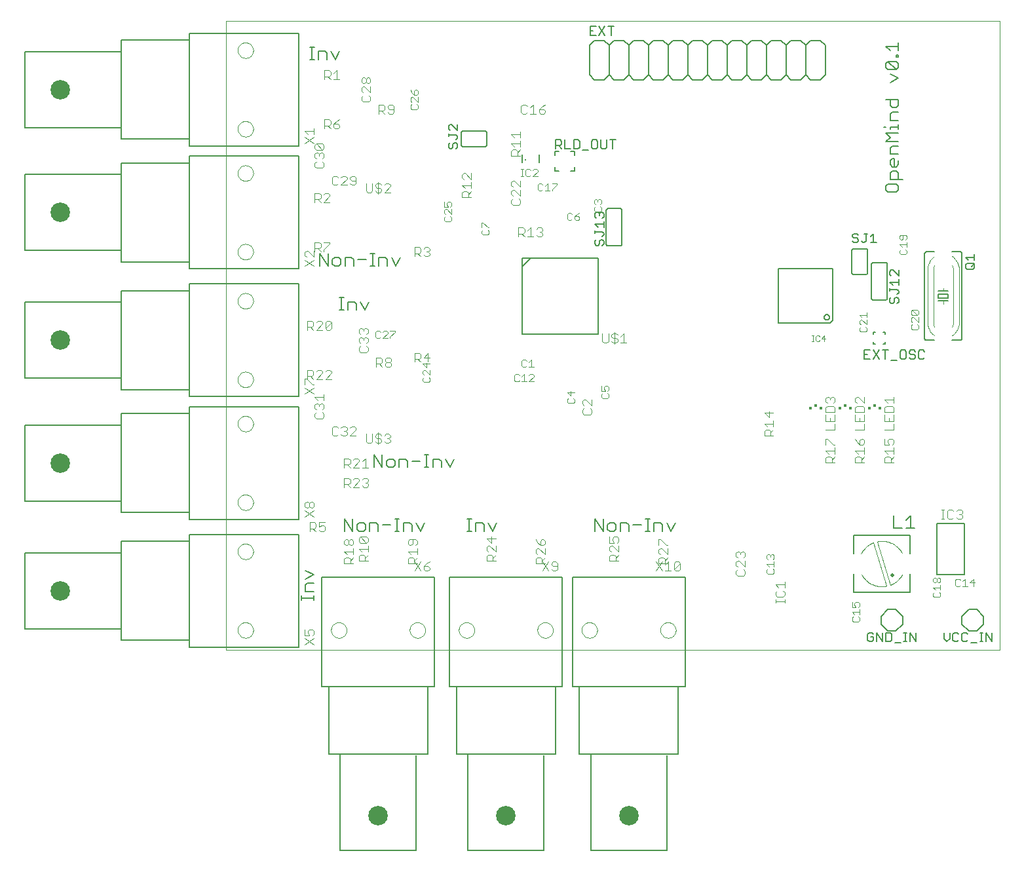
<source format=gto>
G75*
G70*
%OFA0B0*%
%FSLAX24Y24*%
%IPPOS*%
%LPD*%
%AMOC8*
5,1,8,0,0,1.08239X$1,22.5*
%
%ADD10C,0.0000*%
%ADD11C,0.0060*%
%ADD12C,0.0080*%
%ADD13C,0.0040*%
%ADD14C,0.0030*%
%ADD15C,0.0992*%
%ADD16C,0.0050*%
%ADD17C,0.0118*%
%ADD18C,0.0020*%
%ADD19R,0.0128X0.0167*%
%ADD20R,0.0138X0.0138*%
%ADD21C,0.0197*%
D10*
X010361Y010361D02*
X010361Y042357D01*
X049731Y042357D01*
X049731Y010361D01*
X010361Y010361D01*
X010967Y011361D02*
X010969Y011400D01*
X010975Y011439D01*
X010985Y011477D01*
X010998Y011514D01*
X011015Y011549D01*
X011035Y011583D01*
X011059Y011614D01*
X011086Y011643D01*
X011115Y011669D01*
X011147Y011692D01*
X011181Y011712D01*
X011217Y011728D01*
X011254Y011740D01*
X011293Y011749D01*
X011332Y011754D01*
X011371Y011755D01*
X011410Y011752D01*
X011449Y011745D01*
X011486Y011734D01*
X011523Y011720D01*
X011558Y011702D01*
X011591Y011681D01*
X011622Y011656D01*
X011650Y011629D01*
X011675Y011599D01*
X011697Y011566D01*
X011716Y011532D01*
X011731Y011496D01*
X011743Y011458D01*
X011751Y011420D01*
X011755Y011381D01*
X011755Y011341D01*
X011751Y011302D01*
X011743Y011264D01*
X011731Y011226D01*
X011716Y011190D01*
X011697Y011156D01*
X011675Y011123D01*
X011650Y011093D01*
X011622Y011066D01*
X011591Y011041D01*
X011558Y011020D01*
X011523Y011002D01*
X011486Y010988D01*
X011449Y010977D01*
X011410Y010970D01*
X011371Y010967D01*
X011332Y010968D01*
X011293Y010973D01*
X011254Y010982D01*
X011217Y010994D01*
X011181Y011010D01*
X011147Y011030D01*
X011115Y011053D01*
X011086Y011079D01*
X011059Y011108D01*
X011035Y011139D01*
X011015Y011173D01*
X010998Y011208D01*
X010985Y011245D01*
X010975Y011283D01*
X010969Y011322D01*
X010967Y011361D01*
X010967Y015361D02*
X010969Y015400D01*
X010975Y015439D01*
X010985Y015477D01*
X010998Y015514D01*
X011015Y015549D01*
X011035Y015583D01*
X011059Y015614D01*
X011086Y015643D01*
X011115Y015669D01*
X011147Y015692D01*
X011181Y015712D01*
X011217Y015728D01*
X011254Y015740D01*
X011293Y015749D01*
X011332Y015754D01*
X011371Y015755D01*
X011410Y015752D01*
X011449Y015745D01*
X011486Y015734D01*
X011523Y015720D01*
X011558Y015702D01*
X011591Y015681D01*
X011622Y015656D01*
X011650Y015629D01*
X011675Y015599D01*
X011697Y015566D01*
X011716Y015532D01*
X011731Y015496D01*
X011743Y015458D01*
X011751Y015420D01*
X011755Y015381D01*
X011755Y015341D01*
X011751Y015302D01*
X011743Y015264D01*
X011731Y015226D01*
X011716Y015190D01*
X011697Y015156D01*
X011675Y015123D01*
X011650Y015093D01*
X011622Y015066D01*
X011591Y015041D01*
X011558Y015020D01*
X011523Y015002D01*
X011486Y014988D01*
X011449Y014977D01*
X011410Y014970D01*
X011371Y014967D01*
X011332Y014968D01*
X011293Y014973D01*
X011254Y014982D01*
X011217Y014994D01*
X011181Y015010D01*
X011147Y015030D01*
X011115Y015053D01*
X011086Y015079D01*
X011059Y015108D01*
X011035Y015139D01*
X011015Y015173D01*
X010998Y015208D01*
X010985Y015245D01*
X010975Y015283D01*
X010969Y015322D01*
X010967Y015361D01*
X010967Y017861D02*
X010969Y017900D01*
X010975Y017939D01*
X010985Y017977D01*
X010998Y018014D01*
X011015Y018049D01*
X011035Y018083D01*
X011059Y018114D01*
X011086Y018143D01*
X011115Y018169D01*
X011147Y018192D01*
X011181Y018212D01*
X011217Y018228D01*
X011254Y018240D01*
X011293Y018249D01*
X011332Y018254D01*
X011371Y018255D01*
X011410Y018252D01*
X011449Y018245D01*
X011486Y018234D01*
X011523Y018220D01*
X011558Y018202D01*
X011591Y018181D01*
X011622Y018156D01*
X011650Y018129D01*
X011675Y018099D01*
X011697Y018066D01*
X011716Y018032D01*
X011731Y017996D01*
X011743Y017958D01*
X011751Y017920D01*
X011755Y017881D01*
X011755Y017841D01*
X011751Y017802D01*
X011743Y017764D01*
X011731Y017726D01*
X011716Y017690D01*
X011697Y017656D01*
X011675Y017623D01*
X011650Y017593D01*
X011622Y017566D01*
X011591Y017541D01*
X011558Y017520D01*
X011523Y017502D01*
X011486Y017488D01*
X011449Y017477D01*
X011410Y017470D01*
X011371Y017467D01*
X011332Y017468D01*
X011293Y017473D01*
X011254Y017482D01*
X011217Y017494D01*
X011181Y017510D01*
X011147Y017530D01*
X011115Y017553D01*
X011086Y017579D01*
X011059Y017608D01*
X011035Y017639D01*
X011015Y017673D01*
X010998Y017708D01*
X010985Y017745D01*
X010975Y017783D01*
X010969Y017822D01*
X010967Y017861D01*
X010967Y021861D02*
X010969Y021900D01*
X010975Y021939D01*
X010985Y021977D01*
X010998Y022014D01*
X011015Y022049D01*
X011035Y022083D01*
X011059Y022114D01*
X011086Y022143D01*
X011115Y022169D01*
X011147Y022192D01*
X011181Y022212D01*
X011217Y022228D01*
X011254Y022240D01*
X011293Y022249D01*
X011332Y022254D01*
X011371Y022255D01*
X011410Y022252D01*
X011449Y022245D01*
X011486Y022234D01*
X011523Y022220D01*
X011558Y022202D01*
X011591Y022181D01*
X011622Y022156D01*
X011650Y022129D01*
X011675Y022099D01*
X011697Y022066D01*
X011716Y022032D01*
X011731Y021996D01*
X011743Y021958D01*
X011751Y021920D01*
X011755Y021881D01*
X011755Y021841D01*
X011751Y021802D01*
X011743Y021764D01*
X011731Y021726D01*
X011716Y021690D01*
X011697Y021656D01*
X011675Y021623D01*
X011650Y021593D01*
X011622Y021566D01*
X011591Y021541D01*
X011558Y021520D01*
X011523Y021502D01*
X011486Y021488D01*
X011449Y021477D01*
X011410Y021470D01*
X011371Y021467D01*
X011332Y021468D01*
X011293Y021473D01*
X011254Y021482D01*
X011217Y021494D01*
X011181Y021510D01*
X011147Y021530D01*
X011115Y021553D01*
X011086Y021579D01*
X011059Y021608D01*
X011035Y021639D01*
X011015Y021673D01*
X010998Y021708D01*
X010985Y021745D01*
X010975Y021783D01*
X010969Y021822D01*
X010967Y021861D01*
X010967Y024111D02*
X010969Y024150D01*
X010975Y024189D01*
X010985Y024227D01*
X010998Y024264D01*
X011015Y024299D01*
X011035Y024333D01*
X011059Y024364D01*
X011086Y024393D01*
X011115Y024419D01*
X011147Y024442D01*
X011181Y024462D01*
X011217Y024478D01*
X011254Y024490D01*
X011293Y024499D01*
X011332Y024504D01*
X011371Y024505D01*
X011410Y024502D01*
X011449Y024495D01*
X011486Y024484D01*
X011523Y024470D01*
X011558Y024452D01*
X011591Y024431D01*
X011622Y024406D01*
X011650Y024379D01*
X011675Y024349D01*
X011697Y024316D01*
X011716Y024282D01*
X011731Y024246D01*
X011743Y024208D01*
X011751Y024170D01*
X011755Y024131D01*
X011755Y024091D01*
X011751Y024052D01*
X011743Y024014D01*
X011731Y023976D01*
X011716Y023940D01*
X011697Y023906D01*
X011675Y023873D01*
X011650Y023843D01*
X011622Y023816D01*
X011591Y023791D01*
X011558Y023770D01*
X011523Y023752D01*
X011486Y023738D01*
X011449Y023727D01*
X011410Y023720D01*
X011371Y023717D01*
X011332Y023718D01*
X011293Y023723D01*
X011254Y023732D01*
X011217Y023744D01*
X011181Y023760D01*
X011147Y023780D01*
X011115Y023803D01*
X011086Y023829D01*
X011059Y023858D01*
X011035Y023889D01*
X011015Y023923D01*
X010998Y023958D01*
X010985Y023995D01*
X010975Y024033D01*
X010969Y024072D01*
X010967Y024111D01*
X010967Y028111D02*
X010969Y028150D01*
X010975Y028189D01*
X010985Y028227D01*
X010998Y028264D01*
X011015Y028299D01*
X011035Y028333D01*
X011059Y028364D01*
X011086Y028393D01*
X011115Y028419D01*
X011147Y028442D01*
X011181Y028462D01*
X011217Y028478D01*
X011254Y028490D01*
X011293Y028499D01*
X011332Y028504D01*
X011371Y028505D01*
X011410Y028502D01*
X011449Y028495D01*
X011486Y028484D01*
X011523Y028470D01*
X011558Y028452D01*
X011591Y028431D01*
X011622Y028406D01*
X011650Y028379D01*
X011675Y028349D01*
X011697Y028316D01*
X011716Y028282D01*
X011731Y028246D01*
X011743Y028208D01*
X011751Y028170D01*
X011755Y028131D01*
X011755Y028091D01*
X011751Y028052D01*
X011743Y028014D01*
X011731Y027976D01*
X011716Y027940D01*
X011697Y027906D01*
X011675Y027873D01*
X011650Y027843D01*
X011622Y027816D01*
X011591Y027791D01*
X011558Y027770D01*
X011523Y027752D01*
X011486Y027738D01*
X011449Y027727D01*
X011410Y027720D01*
X011371Y027717D01*
X011332Y027718D01*
X011293Y027723D01*
X011254Y027732D01*
X011217Y027744D01*
X011181Y027760D01*
X011147Y027780D01*
X011115Y027803D01*
X011086Y027829D01*
X011059Y027858D01*
X011035Y027889D01*
X011015Y027923D01*
X010998Y027958D01*
X010985Y027995D01*
X010975Y028033D01*
X010969Y028072D01*
X010967Y028111D01*
X010967Y030611D02*
X010969Y030650D01*
X010975Y030689D01*
X010985Y030727D01*
X010998Y030764D01*
X011015Y030799D01*
X011035Y030833D01*
X011059Y030864D01*
X011086Y030893D01*
X011115Y030919D01*
X011147Y030942D01*
X011181Y030962D01*
X011217Y030978D01*
X011254Y030990D01*
X011293Y030999D01*
X011332Y031004D01*
X011371Y031005D01*
X011410Y031002D01*
X011449Y030995D01*
X011486Y030984D01*
X011523Y030970D01*
X011558Y030952D01*
X011591Y030931D01*
X011622Y030906D01*
X011650Y030879D01*
X011675Y030849D01*
X011697Y030816D01*
X011716Y030782D01*
X011731Y030746D01*
X011743Y030708D01*
X011751Y030670D01*
X011755Y030631D01*
X011755Y030591D01*
X011751Y030552D01*
X011743Y030514D01*
X011731Y030476D01*
X011716Y030440D01*
X011697Y030406D01*
X011675Y030373D01*
X011650Y030343D01*
X011622Y030316D01*
X011591Y030291D01*
X011558Y030270D01*
X011523Y030252D01*
X011486Y030238D01*
X011449Y030227D01*
X011410Y030220D01*
X011371Y030217D01*
X011332Y030218D01*
X011293Y030223D01*
X011254Y030232D01*
X011217Y030244D01*
X011181Y030260D01*
X011147Y030280D01*
X011115Y030303D01*
X011086Y030329D01*
X011059Y030358D01*
X011035Y030389D01*
X011015Y030423D01*
X010998Y030458D01*
X010985Y030495D01*
X010975Y030533D01*
X010969Y030572D01*
X010967Y030611D01*
X010967Y034611D02*
X010969Y034650D01*
X010975Y034689D01*
X010985Y034727D01*
X010998Y034764D01*
X011015Y034799D01*
X011035Y034833D01*
X011059Y034864D01*
X011086Y034893D01*
X011115Y034919D01*
X011147Y034942D01*
X011181Y034962D01*
X011217Y034978D01*
X011254Y034990D01*
X011293Y034999D01*
X011332Y035004D01*
X011371Y035005D01*
X011410Y035002D01*
X011449Y034995D01*
X011486Y034984D01*
X011523Y034970D01*
X011558Y034952D01*
X011591Y034931D01*
X011622Y034906D01*
X011650Y034879D01*
X011675Y034849D01*
X011697Y034816D01*
X011716Y034782D01*
X011731Y034746D01*
X011743Y034708D01*
X011751Y034670D01*
X011755Y034631D01*
X011755Y034591D01*
X011751Y034552D01*
X011743Y034514D01*
X011731Y034476D01*
X011716Y034440D01*
X011697Y034406D01*
X011675Y034373D01*
X011650Y034343D01*
X011622Y034316D01*
X011591Y034291D01*
X011558Y034270D01*
X011523Y034252D01*
X011486Y034238D01*
X011449Y034227D01*
X011410Y034220D01*
X011371Y034217D01*
X011332Y034218D01*
X011293Y034223D01*
X011254Y034232D01*
X011217Y034244D01*
X011181Y034260D01*
X011147Y034280D01*
X011115Y034303D01*
X011086Y034329D01*
X011059Y034358D01*
X011035Y034389D01*
X011015Y034423D01*
X010998Y034458D01*
X010985Y034495D01*
X010975Y034533D01*
X010969Y034572D01*
X010967Y034611D01*
X010967Y036861D02*
X010969Y036900D01*
X010975Y036939D01*
X010985Y036977D01*
X010998Y037014D01*
X011015Y037049D01*
X011035Y037083D01*
X011059Y037114D01*
X011086Y037143D01*
X011115Y037169D01*
X011147Y037192D01*
X011181Y037212D01*
X011217Y037228D01*
X011254Y037240D01*
X011293Y037249D01*
X011332Y037254D01*
X011371Y037255D01*
X011410Y037252D01*
X011449Y037245D01*
X011486Y037234D01*
X011523Y037220D01*
X011558Y037202D01*
X011591Y037181D01*
X011622Y037156D01*
X011650Y037129D01*
X011675Y037099D01*
X011697Y037066D01*
X011716Y037032D01*
X011731Y036996D01*
X011743Y036958D01*
X011751Y036920D01*
X011755Y036881D01*
X011755Y036841D01*
X011751Y036802D01*
X011743Y036764D01*
X011731Y036726D01*
X011716Y036690D01*
X011697Y036656D01*
X011675Y036623D01*
X011650Y036593D01*
X011622Y036566D01*
X011591Y036541D01*
X011558Y036520D01*
X011523Y036502D01*
X011486Y036488D01*
X011449Y036477D01*
X011410Y036470D01*
X011371Y036467D01*
X011332Y036468D01*
X011293Y036473D01*
X011254Y036482D01*
X011217Y036494D01*
X011181Y036510D01*
X011147Y036530D01*
X011115Y036553D01*
X011086Y036579D01*
X011059Y036608D01*
X011035Y036639D01*
X011015Y036673D01*
X010998Y036708D01*
X010985Y036745D01*
X010975Y036783D01*
X010969Y036822D01*
X010967Y036861D01*
X010967Y040861D02*
X010969Y040900D01*
X010975Y040939D01*
X010985Y040977D01*
X010998Y041014D01*
X011015Y041049D01*
X011035Y041083D01*
X011059Y041114D01*
X011086Y041143D01*
X011115Y041169D01*
X011147Y041192D01*
X011181Y041212D01*
X011217Y041228D01*
X011254Y041240D01*
X011293Y041249D01*
X011332Y041254D01*
X011371Y041255D01*
X011410Y041252D01*
X011449Y041245D01*
X011486Y041234D01*
X011523Y041220D01*
X011558Y041202D01*
X011591Y041181D01*
X011622Y041156D01*
X011650Y041129D01*
X011675Y041099D01*
X011697Y041066D01*
X011716Y041032D01*
X011731Y040996D01*
X011743Y040958D01*
X011751Y040920D01*
X011755Y040881D01*
X011755Y040841D01*
X011751Y040802D01*
X011743Y040764D01*
X011731Y040726D01*
X011716Y040690D01*
X011697Y040656D01*
X011675Y040623D01*
X011650Y040593D01*
X011622Y040566D01*
X011591Y040541D01*
X011558Y040520D01*
X011523Y040502D01*
X011486Y040488D01*
X011449Y040477D01*
X011410Y040470D01*
X011371Y040467D01*
X011332Y040468D01*
X011293Y040473D01*
X011254Y040482D01*
X011217Y040494D01*
X011181Y040510D01*
X011147Y040530D01*
X011115Y040553D01*
X011086Y040579D01*
X011059Y040608D01*
X011035Y040639D01*
X011015Y040673D01*
X010998Y040708D01*
X010985Y040745D01*
X010975Y040783D01*
X010969Y040822D01*
X010967Y040861D01*
X015717Y011361D02*
X015719Y011400D01*
X015725Y011439D01*
X015735Y011477D01*
X015748Y011514D01*
X015765Y011549D01*
X015785Y011583D01*
X015809Y011614D01*
X015836Y011643D01*
X015865Y011669D01*
X015897Y011692D01*
X015931Y011712D01*
X015967Y011728D01*
X016004Y011740D01*
X016043Y011749D01*
X016082Y011754D01*
X016121Y011755D01*
X016160Y011752D01*
X016199Y011745D01*
X016236Y011734D01*
X016273Y011720D01*
X016308Y011702D01*
X016341Y011681D01*
X016372Y011656D01*
X016400Y011629D01*
X016425Y011599D01*
X016447Y011566D01*
X016466Y011532D01*
X016481Y011496D01*
X016493Y011458D01*
X016501Y011420D01*
X016505Y011381D01*
X016505Y011341D01*
X016501Y011302D01*
X016493Y011264D01*
X016481Y011226D01*
X016466Y011190D01*
X016447Y011156D01*
X016425Y011123D01*
X016400Y011093D01*
X016372Y011066D01*
X016341Y011041D01*
X016308Y011020D01*
X016273Y011002D01*
X016236Y010988D01*
X016199Y010977D01*
X016160Y010970D01*
X016121Y010967D01*
X016082Y010968D01*
X016043Y010973D01*
X016004Y010982D01*
X015967Y010994D01*
X015931Y011010D01*
X015897Y011030D01*
X015865Y011053D01*
X015836Y011079D01*
X015809Y011108D01*
X015785Y011139D01*
X015765Y011173D01*
X015748Y011208D01*
X015735Y011245D01*
X015725Y011283D01*
X015719Y011322D01*
X015717Y011361D01*
X019717Y011361D02*
X019719Y011400D01*
X019725Y011439D01*
X019735Y011477D01*
X019748Y011514D01*
X019765Y011549D01*
X019785Y011583D01*
X019809Y011614D01*
X019836Y011643D01*
X019865Y011669D01*
X019897Y011692D01*
X019931Y011712D01*
X019967Y011728D01*
X020004Y011740D01*
X020043Y011749D01*
X020082Y011754D01*
X020121Y011755D01*
X020160Y011752D01*
X020199Y011745D01*
X020236Y011734D01*
X020273Y011720D01*
X020308Y011702D01*
X020341Y011681D01*
X020372Y011656D01*
X020400Y011629D01*
X020425Y011599D01*
X020447Y011566D01*
X020466Y011532D01*
X020481Y011496D01*
X020493Y011458D01*
X020501Y011420D01*
X020505Y011381D01*
X020505Y011341D01*
X020501Y011302D01*
X020493Y011264D01*
X020481Y011226D01*
X020466Y011190D01*
X020447Y011156D01*
X020425Y011123D01*
X020400Y011093D01*
X020372Y011066D01*
X020341Y011041D01*
X020308Y011020D01*
X020273Y011002D01*
X020236Y010988D01*
X020199Y010977D01*
X020160Y010970D01*
X020121Y010967D01*
X020082Y010968D01*
X020043Y010973D01*
X020004Y010982D01*
X019967Y010994D01*
X019931Y011010D01*
X019897Y011030D01*
X019865Y011053D01*
X019836Y011079D01*
X019809Y011108D01*
X019785Y011139D01*
X019765Y011173D01*
X019748Y011208D01*
X019735Y011245D01*
X019725Y011283D01*
X019719Y011322D01*
X019717Y011361D01*
X022217Y011361D02*
X022219Y011400D01*
X022225Y011439D01*
X022235Y011477D01*
X022248Y011514D01*
X022265Y011549D01*
X022285Y011583D01*
X022309Y011614D01*
X022336Y011643D01*
X022365Y011669D01*
X022397Y011692D01*
X022431Y011712D01*
X022467Y011728D01*
X022504Y011740D01*
X022543Y011749D01*
X022582Y011754D01*
X022621Y011755D01*
X022660Y011752D01*
X022699Y011745D01*
X022736Y011734D01*
X022773Y011720D01*
X022808Y011702D01*
X022841Y011681D01*
X022872Y011656D01*
X022900Y011629D01*
X022925Y011599D01*
X022947Y011566D01*
X022966Y011532D01*
X022981Y011496D01*
X022993Y011458D01*
X023001Y011420D01*
X023005Y011381D01*
X023005Y011341D01*
X023001Y011302D01*
X022993Y011264D01*
X022981Y011226D01*
X022966Y011190D01*
X022947Y011156D01*
X022925Y011123D01*
X022900Y011093D01*
X022872Y011066D01*
X022841Y011041D01*
X022808Y011020D01*
X022773Y011002D01*
X022736Y010988D01*
X022699Y010977D01*
X022660Y010970D01*
X022621Y010967D01*
X022582Y010968D01*
X022543Y010973D01*
X022504Y010982D01*
X022467Y010994D01*
X022431Y011010D01*
X022397Y011030D01*
X022365Y011053D01*
X022336Y011079D01*
X022309Y011108D01*
X022285Y011139D01*
X022265Y011173D01*
X022248Y011208D01*
X022235Y011245D01*
X022225Y011283D01*
X022219Y011322D01*
X022217Y011361D01*
X026217Y011361D02*
X026219Y011400D01*
X026225Y011439D01*
X026235Y011477D01*
X026248Y011514D01*
X026265Y011549D01*
X026285Y011583D01*
X026309Y011614D01*
X026336Y011643D01*
X026365Y011669D01*
X026397Y011692D01*
X026431Y011712D01*
X026467Y011728D01*
X026504Y011740D01*
X026543Y011749D01*
X026582Y011754D01*
X026621Y011755D01*
X026660Y011752D01*
X026699Y011745D01*
X026736Y011734D01*
X026773Y011720D01*
X026808Y011702D01*
X026841Y011681D01*
X026872Y011656D01*
X026900Y011629D01*
X026925Y011599D01*
X026947Y011566D01*
X026966Y011532D01*
X026981Y011496D01*
X026993Y011458D01*
X027001Y011420D01*
X027005Y011381D01*
X027005Y011341D01*
X027001Y011302D01*
X026993Y011264D01*
X026981Y011226D01*
X026966Y011190D01*
X026947Y011156D01*
X026925Y011123D01*
X026900Y011093D01*
X026872Y011066D01*
X026841Y011041D01*
X026808Y011020D01*
X026773Y011002D01*
X026736Y010988D01*
X026699Y010977D01*
X026660Y010970D01*
X026621Y010967D01*
X026582Y010968D01*
X026543Y010973D01*
X026504Y010982D01*
X026467Y010994D01*
X026431Y011010D01*
X026397Y011030D01*
X026365Y011053D01*
X026336Y011079D01*
X026309Y011108D01*
X026285Y011139D01*
X026265Y011173D01*
X026248Y011208D01*
X026235Y011245D01*
X026225Y011283D01*
X026219Y011322D01*
X026217Y011361D01*
X028467Y011361D02*
X028469Y011400D01*
X028475Y011439D01*
X028485Y011477D01*
X028498Y011514D01*
X028515Y011549D01*
X028535Y011583D01*
X028559Y011614D01*
X028586Y011643D01*
X028615Y011669D01*
X028647Y011692D01*
X028681Y011712D01*
X028717Y011728D01*
X028754Y011740D01*
X028793Y011749D01*
X028832Y011754D01*
X028871Y011755D01*
X028910Y011752D01*
X028949Y011745D01*
X028986Y011734D01*
X029023Y011720D01*
X029058Y011702D01*
X029091Y011681D01*
X029122Y011656D01*
X029150Y011629D01*
X029175Y011599D01*
X029197Y011566D01*
X029216Y011532D01*
X029231Y011496D01*
X029243Y011458D01*
X029251Y011420D01*
X029255Y011381D01*
X029255Y011341D01*
X029251Y011302D01*
X029243Y011264D01*
X029231Y011226D01*
X029216Y011190D01*
X029197Y011156D01*
X029175Y011123D01*
X029150Y011093D01*
X029122Y011066D01*
X029091Y011041D01*
X029058Y011020D01*
X029023Y011002D01*
X028986Y010988D01*
X028949Y010977D01*
X028910Y010970D01*
X028871Y010967D01*
X028832Y010968D01*
X028793Y010973D01*
X028754Y010982D01*
X028717Y010994D01*
X028681Y011010D01*
X028647Y011030D01*
X028615Y011053D01*
X028586Y011079D01*
X028559Y011108D01*
X028535Y011139D01*
X028515Y011173D01*
X028498Y011208D01*
X028485Y011245D01*
X028475Y011283D01*
X028469Y011322D01*
X028467Y011361D01*
X032467Y011361D02*
X032469Y011400D01*
X032475Y011439D01*
X032485Y011477D01*
X032498Y011514D01*
X032515Y011549D01*
X032535Y011583D01*
X032559Y011614D01*
X032586Y011643D01*
X032615Y011669D01*
X032647Y011692D01*
X032681Y011712D01*
X032717Y011728D01*
X032754Y011740D01*
X032793Y011749D01*
X032832Y011754D01*
X032871Y011755D01*
X032910Y011752D01*
X032949Y011745D01*
X032986Y011734D01*
X033023Y011720D01*
X033058Y011702D01*
X033091Y011681D01*
X033122Y011656D01*
X033150Y011629D01*
X033175Y011599D01*
X033197Y011566D01*
X033216Y011532D01*
X033231Y011496D01*
X033243Y011458D01*
X033251Y011420D01*
X033255Y011381D01*
X033255Y011341D01*
X033251Y011302D01*
X033243Y011264D01*
X033231Y011226D01*
X033216Y011190D01*
X033197Y011156D01*
X033175Y011123D01*
X033150Y011093D01*
X033122Y011066D01*
X033091Y011041D01*
X033058Y011020D01*
X033023Y011002D01*
X032986Y010988D01*
X032949Y010977D01*
X032910Y010970D01*
X032871Y010967D01*
X032832Y010968D01*
X032793Y010973D01*
X032754Y010982D01*
X032717Y010994D01*
X032681Y011010D01*
X032647Y011030D01*
X032615Y011053D01*
X032586Y011079D01*
X032559Y011108D01*
X032535Y011139D01*
X032515Y011173D01*
X032498Y011208D01*
X032485Y011245D01*
X032475Y011283D01*
X032469Y011322D01*
X032467Y011361D01*
D11*
X032576Y016391D02*
X032576Y016711D01*
X032469Y016818D01*
X032149Y016818D01*
X032149Y016391D01*
X031933Y016391D02*
X031719Y016391D01*
X031826Y016391D02*
X031826Y017031D01*
X031719Y017031D02*
X031933Y017031D01*
X031502Y016711D02*
X031075Y016711D01*
X030857Y016711D02*
X030857Y016391D01*
X030857Y016711D02*
X030750Y016818D01*
X030430Y016818D01*
X030430Y016391D01*
X030212Y016498D02*
X030212Y016711D01*
X030106Y016818D01*
X029892Y016818D01*
X029785Y016711D01*
X029785Y016498D01*
X029892Y016391D01*
X030106Y016391D01*
X030212Y016498D01*
X029568Y016391D02*
X029568Y017031D01*
X029141Y017031D02*
X029568Y016391D01*
X029141Y016391D02*
X029141Y017031D01*
X032793Y016818D02*
X033007Y016391D01*
X033220Y016818D01*
X024142Y016818D02*
X023929Y016391D01*
X023715Y016818D01*
X023498Y016711D02*
X023498Y016391D01*
X023498Y016711D02*
X023391Y016818D01*
X023071Y016818D01*
X023071Y016391D01*
X022854Y016391D02*
X022641Y016391D01*
X022748Y016391D02*
X022748Y017031D01*
X022854Y017031D02*
X022641Y017031D01*
X020470Y016818D02*
X020257Y016391D01*
X020043Y016818D01*
X019826Y016711D02*
X019826Y016391D01*
X019826Y016711D02*
X019719Y016818D01*
X019399Y016818D01*
X019399Y016391D01*
X019183Y016391D02*
X018969Y016391D01*
X019076Y016391D02*
X019076Y017031D01*
X018969Y017031D02*
X019183Y017031D01*
X018752Y016711D02*
X018325Y016711D01*
X018107Y016711D02*
X018107Y016391D01*
X018107Y016711D02*
X018000Y016818D01*
X017680Y016818D01*
X017680Y016391D01*
X017462Y016498D02*
X017462Y016711D01*
X017356Y016818D01*
X017142Y016818D01*
X017035Y016711D01*
X017035Y016498D01*
X017142Y016391D01*
X017356Y016391D01*
X017462Y016498D01*
X016818Y016391D02*
X016818Y017031D01*
X016391Y017031D02*
X016818Y016391D01*
X016391Y016391D02*
X016391Y017031D01*
X017891Y019641D02*
X017891Y020281D01*
X018318Y019641D01*
X018318Y020281D01*
X018535Y019961D02*
X018535Y019748D01*
X018642Y019641D01*
X018856Y019641D01*
X018962Y019748D01*
X018962Y019961D01*
X018856Y020068D01*
X018642Y020068D01*
X018535Y019961D01*
X019180Y020068D02*
X019500Y020068D01*
X019607Y019961D01*
X019607Y019641D01*
X019825Y019961D02*
X020252Y019961D01*
X020469Y019641D02*
X020683Y019641D01*
X020576Y019641D02*
X020576Y020281D01*
X020469Y020281D02*
X020683Y020281D01*
X020899Y020068D02*
X021219Y020068D01*
X021326Y019961D01*
X021326Y019641D01*
X020899Y019641D02*
X020899Y020068D01*
X021543Y020068D02*
X021757Y019641D01*
X021970Y020068D01*
X019180Y020068D02*
X019180Y019641D01*
X014831Y014179D02*
X014404Y014392D01*
X014404Y013965D02*
X014831Y014179D01*
X014831Y013748D02*
X014511Y013748D01*
X014404Y013641D01*
X014404Y013321D01*
X014831Y013321D01*
X014831Y013104D02*
X014831Y012891D01*
X014831Y012998D02*
X014190Y012998D01*
X014190Y013104D02*
X014190Y012891D01*
X016141Y027641D02*
X016354Y027641D01*
X016248Y027641D02*
X016248Y028281D01*
X016354Y028281D02*
X016141Y028281D01*
X016571Y028068D02*
X016891Y028068D01*
X016998Y027961D01*
X016998Y027641D01*
X016571Y027641D02*
X016571Y028068D01*
X017215Y028068D02*
X017429Y027641D01*
X017642Y028068D01*
X017719Y029891D02*
X017933Y029891D01*
X017826Y029891D02*
X017826Y030531D01*
X017719Y030531D02*
X017933Y030531D01*
X018149Y030318D02*
X018149Y029891D01*
X018576Y029891D02*
X018576Y030211D01*
X018469Y030318D01*
X018149Y030318D01*
X018793Y030318D02*
X019007Y029891D01*
X019220Y030318D01*
X017502Y030211D02*
X017075Y030211D01*
X016857Y030211D02*
X016750Y030318D01*
X016430Y030318D01*
X016430Y029891D01*
X016212Y029998D02*
X016212Y030211D01*
X016106Y030318D01*
X015892Y030318D01*
X015785Y030211D01*
X015785Y029998D01*
X015892Y029891D01*
X016106Y029891D01*
X016212Y029998D01*
X015568Y029891D02*
X015568Y030531D01*
X015141Y030531D02*
X015141Y029891D01*
X015568Y029891D02*
X015141Y030531D01*
X016857Y030211D02*
X016857Y029891D01*
X022436Y035961D02*
X023536Y035961D01*
X023553Y035963D01*
X023570Y035967D01*
X023586Y035974D01*
X023600Y035984D01*
X023613Y035997D01*
X023623Y036011D01*
X023630Y036027D01*
X023634Y036044D01*
X023636Y036061D01*
X023636Y036661D01*
X023634Y036678D01*
X023630Y036695D01*
X023623Y036711D01*
X023613Y036725D01*
X023600Y036738D01*
X023586Y036748D01*
X023570Y036755D01*
X023553Y036759D01*
X023536Y036761D01*
X022436Y036761D01*
X022419Y036759D01*
X022402Y036755D01*
X022386Y036748D01*
X022372Y036738D01*
X022359Y036725D01*
X022349Y036711D01*
X022342Y036695D01*
X022338Y036678D01*
X022336Y036661D01*
X022336Y036061D01*
X022338Y036044D01*
X022342Y036027D01*
X022349Y036011D01*
X022359Y035997D01*
X022372Y035984D01*
X022386Y035974D01*
X022402Y035967D01*
X022419Y035963D01*
X022436Y035961D01*
X027111Y035736D02*
X027111Y035536D01*
X027111Y035736D02*
X027311Y035736D01*
X027911Y035736D02*
X028111Y035736D01*
X028111Y035536D01*
X028111Y034936D02*
X028111Y034736D01*
X027911Y034736D01*
X027311Y034736D02*
X027111Y034736D01*
X027111Y034936D01*
X029811Y032811D02*
X030411Y032811D01*
X030428Y032809D01*
X030445Y032805D01*
X030461Y032798D01*
X030475Y032788D01*
X030488Y032775D01*
X030498Y032761D01*
X030505Y032745D01*
X030509Y032728D01*
X030511Y032711D01*
X030511Y031011D01*
X030509Y030994D01*
X030505Y030977D01*
X030498Y030961D01*
X030488Y030947D01*
X030475Y030934D01*
X030461Y030924D01*
X030445Y030917D01*
X030428Y030913D01*
X030411Y030911D01*
X029811Y030911D01*
X029794Y030913D01*
X029777Y030917D01*
X029761Y030924D01*
X029747Y030934D01*
X029734Y030947D01*
X029724Y030961D01*
X029717Y030977D01*
X029713Y030994D01*
X029711Y031011D01*
X029711Y032711D01*
X029713Y032728D01*
X029717Y032745D01*
X029724Y032761D01*
X029734Y032775D01*
X029747Y032788D01*
X029761Y032798D01*
X029777Y032805D01*
X029794Y032809D01*
X029811Y032811D01*
X029611Y039361D02*
X029111Y039361D01*
X028861Y039611D01*
X028861Y041111D01*
X029111Y041361D01*
X029611Y041361D01*
X029861Y041111D01*
X029861Y039611D01*
X030111Y039361D01*
X030611Y039361D01*
X030861Y039611D01*
X030861Y041111D01*
X031111Y041361D01*
X031611Y041361D01*
X031861Y041111D01*
X031861Y039611D01*
X032111Y039361D01*
X032611Y039361D01*
X032861Y039611D01*
X032861Y041111D01*
X033111Y041361D01*
X033611Y041361D01*
X033861Y041111D01*
X033861Y039611D01*
X034111Y039361D01*
X034611Y039361D01*
X034861Y039611D01*
X034861Y041111D01*
X035111Y041361D01*
X035611Y041361D01*
X035861Y041111D01*
X035861Y039611D01*
X035611Y039361D01*
X035111Y039361D01*
X034861Y039611D01*
X035861Y039611D02*
X036111Y039361D01*
X036611Y039361D01*
X036861Y039611D01*
X036861Y041111D01*
X037111Y041361D01*
X037611Y041361D01*
X037861Y041111D01*
X037861Y039611D01*
X037611Y039361D01*
X037111Y039361D01*
X036861Y039611D01*
X037861Y039611D02*
X038111Y039361D01*
X038611Y039361D01*
X038861Y039611D01*
X038861Y041111D01*
X039111Y041361D01*
X039611Y041361D01*
X039861Y041111D01*
X040111Y041361D01*
X040611Y041361D01*
X040861Y041111D01*
X040861Y039611D01*
X040611Y039361D01*
X040111Y039361D01*
X039861Y039611D01*
X039861Y041111D01*
X038861Y041111D02*
X038611Y041361D01*
X038111Y041361D01*
X037861Y041111D01*
X036861Y041111D02*
X036611Y041361D01*
X036111Y041361D01*
X035861Y041111D01*
X034861Y041111D02*
X034611Y041361D01*
X034111Y041361D01*
X033861Y041111D01*
X032861Y041111D02*
X032611Y041361D01*
X032111Y041361D01*
X031861Y041111D01*
X030861Y041111D02*
X030611Y041361D01*
X030111Y041361D01*
X029861Y041111D01*
X029861Y039611D02*
X029611Y039361D01*
X030861Y039611D02*
X031111Y039361D01*
X031611Y039361D01*
X031861Y039611D01*
X032861Y039611D02*
X033111Y039361D01*
X033611Y039361D01*
X033861Y039611D01*
X038861Y039611D02*
X039111Y039361D01*
X039611Y039361D01*
X039861Y039611D01*
X043940Y039978D02*
X043940Y040192D01*
X044047Y040298D01*
X044474Y039871D01*
X044581Y039978D01*
X044581Y040192D01*
X044474Y040298D01*
X044047Y040298D01*
X043940Y039978D02*
X044047Y039871D01*
X044474Y039871D01*
X044154Y039654D02*
X044581Y039440D01*
X044154Y039227D01*
X044154Y038365D02*
X044154Y038045D01*
X044261Y037938D01*
X044474Y037938D01*
X044581Y038045D01*
X044581Y038365D01*
X043940Y038365D01*
X044261Y037720D02*
X044581Y037720D01*
X044261Y037720D02*
X044154Y037614D01*
X044154Y037293D01*
X044581Y037293D01*
X044581Y037077D02*
X044581Y036864D01*
X044581Y036970D02*
X044154Y036970D01*
X044154Y036864D01*
X043940Y036970D02*
X043834Y036970D01*
X043940Y036646D02*
X044581Y036646D01*
X044581Y036219D02*
X043940Y036219D01*
X044154Y036433D01*
X043940Y036646D01*
X044261Y036002D02*
X044581Y036002D01*
X044261Y036002D02*
X044154Y035895D01*
X044154Y035575D01*
X044581Y035575D01*
X044367Y035357D02*
X044367Y034930D01*
X044261Y034930D02*
X044154Y035037D01*
X044154Y035250D01*
X044261Y035357D01*
X044367Y035357D01*
X044581Y035250D02*
X044581Y035037D01*
X044474Y034930D01*
X044261Y034930D01*
X044261Y034712D02*
X044474Y034712D01*
X044581Y034606D01*
X044581Y034285D01*
X044794Y034285D02*
X044154Y034285D01*
X044154Y034606D01*
X044261Y034712D01*
X044474Y034068D02*
X044047Y034068D01*
X043940Y033961D01*
X043940Y033748D01*
X044047Y033641D01*
X044474Y033641D01*
X044581Y033748D01*
X044581Y033961D01*
X044474Y034068D01*
X042911Y030761D02*
X042311Y030761D01*
X042294Y030759D01*
X042277Y030755D01*
X042261Y030748D01*
X042247Y030738D01*
X042234Y030725D01*
X042224Y030711D01*
X042217Y030695D01*
X042213Y030678D01*
X042211Y030661D01*
X042211Y029561D01*
X042213Y029544D01*
X042217Y029527D01*
X042224Y029511D01*
X042234Y029497D01*
X042247Y029484D01*
X042261Y029474D01*
X042277Y029467D01*
X042294Y029463D01*
X042311Y029461D01*
X042911Y029461D01*
X042928Y029463D01*
X042945Y029467D01*
X042961Y029474D01*
X042975Y029484D01*
X042988Y029497D01*
X042998Y029511D01*
X043005Y029527D01*
X043009Y029544D01*
X043011Y029561D01*
X043011Y030661D01*
X043009Y030678D01*
X043005Y030695D01*
X042998Y030711D01*
X042988Y030725D01*
X042975Y030738D01*
X042961Y030748D01*
X042945Y030755D01*
X042928Y030759D01*
X042911Y030761D01*
X043311Y030061D02*
X043911Y030061D01*
X043928Y030059D01*
X043945Y030055D01*
X043961Y030048D01*
X043975Y030038D01*
X043988Y030025D01*
X043998Y030011D01*
X044005Y029995D01*
X044009Y029978D01*
X044011Y029961D01*
X044011Y028261D01*
X044009Y028244D01*
X044005Y028227D01*
X043998Y028211D01*
X043988Y028197D01*
X043975Y028184D01*
X043961Y028174D01*
X043945Y028167D01*
X043928Y028163D01*
X043911Y028161D01*
X043311Y028161D01*
X043294Y028163D01*
X043277Y028167D01*
X043261Y028174D01*
X043247Y028184D01*
X043234Y028197D01*
X043224Y028211D01*
X043217Y028227D01*
X043213Y028244D01*
X043211Y028261D01*
X043211Y029961D01*
X043213Y029978D01*
X043217Y029995D01*
X043224Y030011D01*
X043234Y030025D01*
X043247Y030038D01*
X043261Y030048D01*
X043277Y030055D01*
X043294Y030059D01*
X043311Y030061D01*
X041241Y029741D02*
X041241Y027121D01*
X041101Y026981D01*
X038481Y026981D01*
X038481Y029741D01*
X041241Y029741D01*
X040800Y027281D02*
X040802Y027304D01*
X040808Y027327D01*
X040817Y027348D01*
X040830Y027368D01*
X040846Y027385D01*
X040864Y027399D01*
X040884Y027410D01*
X040906Y027418D01*
X040929Y027422D01*
X040953Y027422D01*
X040976Y027418D01*
X040998Y027410D01*
X041018Y027399D01*
X041036Y027385D01*
X041052Y027368D01*
X041065Y027348D01*
X041074Y027327D01*
X041080Y027304D01*
X041082Y027281D01*
X041080Y027258D01*
X041074Y027235D01*
X041065Y027214D01*
X041052Y027194D01*
X041036Y027177D01*
X041018Y027163D01*
X040998Y027152D01*
X040976Y027144D01*
X040953Y027140D01*
X040929Y027140D01*
X040906Y027144D01*
X040884Y027152D01*
X040864Y027163D01*
X040846Y027177D01*
X040830Y027194D01*
X040817Y027214D01*
X040808Y027235D01*
X040802Y027258D01*
X040800Y027281D01*
X043311Y026536D02*
X043311Y026436D01*
X043311Y026536D02*
X043411Y026536D01*
X043811Y026536D02*
X043911Y026536D01*
X043911Y026436D01*
X043911Y026036D02*
X043911Y025936D01*
X043811Y025936D01*
X043411Y025936D02*
X043311Y025936D01*
X043311Y026036D01*
X045911Y026211D02*
X045911Y030511D01*
X045913Y030528D01*
X045917Y030545D01*
X045924Y030561D01*
X045934Y030575D01*
X045947Y030588D01*
X045961Y030598D01*
X045977Y030605D01*
X045994Y030609D01*
X046011Y030611D01*
X046411Y030611D01*
X047311Y030611D02*
X047711Y030611D01*
X047728Y030609D01*
X047745Y030605D01*
X047761Y030598D01*
X047775Y030588D01*
X047788Y030575D01*
X047798Y030561D01*
X047805Y030545D01*
X047809Y030528D01*
X047811Y030511D01*
X047811Y026211D01*
X047809Y026194D01*
X047805Y026177D01*
X047798Y026161D01*
X047788Y026147D01*
X047775Y026134D01*
X047761Y026124D01*
X047745Y026117D01*
X047728Y026113D01*
X047711Y026111D01*
X047311Y026111D01*
X046411Y026111D02*
X046011Y026111D01*
X045994Y026113D01*
X045977Y026117D01*
X045961Y026124D01*
X045947Y026134D01*
X045934Y026147D01*
X045924Y026161D01*
X045917Y026177D01*
X045913Y026194D01*
X045911Y026211D01*
X046611Y028111D02*
X046861Y028111D01*
X047111Y028111D01*
X047111Y028261D02*
X047111Y028461D01*
X046611Y028461D01*
X046611Y028261D01*
X047111Y028261D01*
X047111Y028611D02*
X046861Y028611D01*
X046611Y028611D01*
X045197Y017178D02*
X045197Y016538D01*
X045410Y016538D02*
X044983Y016538D01*
X044766Y016538D02*
X044339Y016538D01*
X044339Y017178D01*
X044983Y016965D02*
X045197Y017178D01*
X044436Y012411D02*
X044036Y012411D01*
X043686Y012061D01*
X043686Y011661D01*
X044036Y011311D01*
X044436Y011311D01*
X044786Y011661D01*
X044786Y012061D01*
X044436Y012411D01*
X047811Y012061D02*
X047811Y011661D01*
X048161Y011311D01*
X048561Y011311D01*
X048911Y011661D01*
X048911Y012061D01*
X048561Y012411D01*
X048161Y012411D01*
X047811Y012061D01*
X015929Y040391D02*
X016142Y040818D01*
X015715Y040818D02*
X015929Y040391D01*
X015498Y040391D02*
X015498Y040711D01*
X015391Y040818D01*
X015071Y040818D01*
X015071Y040391D01*
X014854Y040391D02*
X014641Y040391D01*
X014748Y040391D02*
X014748Y041031D01*
X014854Y041031D02*
X014641Y041031D01*
X043940Y041052D02*
X044581Y041052D01*
X044581Y041265D02*
X044581Y040838D01*
X044581Y040623D02*
X044581Y040516D01*
X044474Y040516D01*
X044474Y040623D01*
X044581Y040623D01*
X044154Y040838D02*
X043940Y041052D01*
D12*
X014068Y010497D02*
X008497Y010497D01*
X008497Y016225D01*
X014068Y016225D01*
X014068Y010497D01*
X015247Y008497D02*
X020975Y008497D01*
X020975Y014068D01*
X015247Y014068D01*
X015247Y008497D01*
X015591Y008467D02*
X015591Y005052D01*
X020631Y005052D01*
X020631Y008457D01*
X021747Y008497D02*
X027475Y008497D01*
X027475Y014068D01*
X021747Y014068D01*
X021747Y008497D01*
X022091Y008467D02*
X022091Y005052D01*
X027131Y005052D01*
X027131Y008457D01*
X027997Y008497D02*
X033725Y008497D01*
X033725Y014068D01*
X027997Y014068D01*
X027997Y008497D01*
X028341Y008467D02*
X028341Y005052D01*
X033381Y005052D01*
X033381Y008457D01*
X032790Y005003D02*
X032790Y000150D01*
X028932Y000150D01*
X028932Y005013D01*
X026540Y005003D02*
X026540Y000150D01*
X022682Y000150D01*
X022682Y005013D01*
X020040Y005003D02*
X020040Y000150D01*
X016182Y000150D01*
X016182Y005013D01*
X008457Y010841D02*
X005052Y010841D01*
X005052Y015881D01*
X008467Y015881D01*
X008497Y016997D02*
X014068Y016997D01*
X014068Y022725D01*
X008497Y022725D01*
X008497Y016997D01*
X008457Y017341D02*
X005052Y017341D01*
X005052Y022381D01*
X008467Y022381D01*
X008497Y023247D02*
X014068Y023247D01*
X014068Y028975D01*
X008497Y028975D01*
X008497Y023247D01*
X008457Y023591D02*
X005052Y023591D01*
X005052Y028631D01*
X008467Y028631D01*
X008497Y029747D02*
X014068Y029747D01*
X014068Y035475D01*
X008497Y035475D01*
X008497Y029747D01*
X008457Y030091D02*
X005052Y030091D01*
X005052Y035131D01*
X008467Y035131D01*
X008497Y035997D02*
X014068Y035997D01*
X014068Y041725D01*
X008497Y041725D01*
X008497Y035997D01*
X008457Y036341D02*
X005052Y036341D01*
X005052Y041381D01*
X008467Y041381D01*
X005013Y040790D02*
X000150Y040790D01*
X000150Y036932D01*
X005003Y036932D01*
X005013Y034540D02*
X000150Y034540D01*
X000150Y030682D01*
X005003Y030682D01*
X005013Y028040D02*
X000150Y028040D01*
X000150Y024182D01*
X005003Y024182D01*
X005013Y021790D02*
X000150Y021790D01*
X000150Y017932D01*
X005003Y017932D01*
X005013Y015290D02*
X000150Y015290D01*
X000150Y011432D01*
X005003Y011432D01*
X025432Y026432D02*
X025432Y030289D01*
X029289Y030289D01*
X029289Y026432D01*
X025432Y026432D01*
X025432Y029837D02*
X025885Y030289D01*
X026294Y035164D02*
X026294Y035558D01*
X025428Y035558D02*
X025428Y035164D01*
X046536Y016776D02*
X046536Y014196D01*
X047936Y014196D01*
X047936Y016776D01*
X046536Y016776D01*
X045173Y016173D02*
X045173Y015267D01*
X045173Y014204D02*
X045173Y013299D01*
X042299Y013299D01*
X042299Y014204D01*
X042299Y015267D02*
X042299Y016173D01*
X045173Y016173D01*
D13*
X046756Y017026D02*
X046909Y017026D01*
X046833Y017026D02*
X046833Y017486D01*
X046909Y017486D02*
X046756Y017486D01*
X047063Y017410D02*
X047063Y017103D01*
X047140Y017026D01*
X047293Y017026D01*
X047370Y017103D01*
X047523Y017103D02*
X047600Y017026D01*
X047753Y017026D01*
X047830Y017103D01*
X047830Y017179D01*
X047753Y017256D01*
X047677Y017256D01*
X047753Y017256D02*
X047830Y017333D01*
X047830Y017410D01*
X047753Y017486D01*
X047600Y017486D01*
X047523Y017410D01*
X047370Y017410D02*
X047293Y017486D01*
X047140Y017486D01*
X047063Y017410D01*
X044341Y019875D02*
X043881Y019875D01*
X043881Y020105D01*
X043957Y020182D01*
X044111Y020182D01*
X044188Y020105D01*
X044188Y019875D01*
X044188Y020028D02*
X044341Y020182D01*
X044341Y020335D02*
X044341Y020642D01*
X044341Y020489D02*
X043881Y020489D01*
X044034Y020335D01*
X044111Y020796D02*
X043881Y020796D01*
X043881Y021102D01*
X044034Y021026D02*
X044111Y021102D01*
X044264Y021102D01*
X044341Y021026D01*
X044341Y020872D01*
X044264Y020796D01*
X044111Y020796D02*
X044034Y020949D01*
X044034Y021026D01*
X043881Y021539D02*
X044341Y021539D01*
X044341Y021846D01*
X044341Y022000D02*
X044341Y022307D01*
X044341Y022460D02*
X044341Y022690D01*
X044264Y022767D01*
X043957Y022767D01*
X043881Y022690D01*
X043881Y022460D01*
X044341Y022460D01*
X044111Y022153D02*
X044111Y022000D01*
X043881Y022000D02*
X044341Y022000D01*
X043881Y022000D02*
X043881Y022307D01*
X044034Y022920D02*
X043881Y023074D01*
X044341Y023074D01*
X044341Y023227D02*
X044341Y022920D01*
X042841Y022920D02*
X042534Y023227D01*
X042457Y023227D01*
X042381Y023151D01*
X042381Y022997D01*
X042457Y022920D01*
X042457Y022767D02*
X042381Y022690D01*
X042381Y022460D01*
X042841Y022460D01*
X042841Y022690D01*
X042764Y022767D01*
X042457Y022767D01*
X042841Y022920D02*
X042841Y023227D01*
X042841Y022307D02*
X042841Y022000D01*
X042381Y022000D01*
X042381Y022307D01*
X042611Y022153D02*
X042611Y022000D01*
X042841Y021846D02*
X042841Y021539D01*
X042381Y021539D01*
X042381Y021102D02*
X042457Y020949D01*
X042611Y020796D01*
X042611Y021026D01*
X042688Y021102D01*
X042764Y021102D01*
X042841Y021026D01*
X042841Y020872D01*
X042764Y020796D01*
X042611Y020796D01*
X042841Y020642D02*
X042841Y020335D01*
X042841Y020182D02*
X042688Y020028D01*
X042688Y020105D02*
X042688Y019875D01*
X042841Y019875D02*
X042381Y019875D01*
X042381Y020105D01*
X042457Y020182D01*
X042611Y020182D01*
X042688Y020105D01*
X042534Y020335D02*
X042381Y020489D01*
X042841Y020489D01*
X041341Y020489D02*
X040881Y020489D01*
X041034Y020335D01*
X040957Y020182D02*
X041111Y020182D01*
X041188Y020105D01*
X041188Y019875D01*
X041341Y019875D02*
X040881Y019875D01*
X040881Y020105D01*
X040957Y020182D01*
X041188Y020028D02*
X041341Y020182D01*
X041341Y020335D02*
X041341Y020642D01*
X041341Y020796D02*
X041264Y020796D01*
X040957Y021102D01*
X040881Y021102D01*
X040881Y020796D01*
X040881Y021539D02*
X041341Y021539D01*
X041341Y021846D01*
X041341Y022000D02*
X041341Y022307D01*
X041341Y022460D02*
X041341Y022690D01*
X041264Y022767D01*
X040957Y022767D01*
X040881Y022690D01*
X040881Y022460D01*
X041341Y022460D01*
X041111Y022153D02*
X041111Y022000D01*
X040881Y022000D02*
X041341Y022000D01*
X040881Y022000D02*
X040881Y022307D01*
X040957Y022920D02*
X040881Y022997D01*
X040881Y023151D01*
X040957Y023227D01*
X041034Y023227D01*
X041111Y023151D01*
X041188Y023227D01*
X041264Y023227D01*
X041341Y023151D01*
X041341Y022997D01*
X041264Y022920D01*
X041111Y023074D02*
X041111Y023151D01*
X038216Y022407D02*
X037756Y022407D01*
X037986Y022177D01*
X037986Y022484D01*
X038216Y022023D02*
X038216Y021716D01*
X038216Y021563D02*
X038063Y021409D01*
X038063Y021486D02*
X038063Y021256D01*
X038216Y021256D02*
X037756Y021256D01*
X037756Y021486D01*
X037832Y021563D01*
X037986Y021563D01*
X038063Y021486D01*
X037909Y021716D02*
X037756Y021870D01*
X038216Y021870D01*
X043293Y015819D02*
X043982Y013604D01*
X044179Y013653D02*
X043490Y015868D01*
X044789Y014234D02*
X044759Y014175D01*
X044726Y014118D01*
X044689Y014062D01*
X044650Y014009D01*
X044607Y013958D01*
X044562Y013910D01*
X044514Y013864D01*
X044463Y013822D01*
X044410Y013782D01*
X044355Y013745D01*
X044298Y013711D01*
X044239Y013680D01*
X044179Y013653D01*
X042683Y015238D02*
X042713Y015297D01*
X042746Y015354D01*
X042783Y015410D01*
X042822Y015463D01*
X042865Y015514D01*
X042910Y015562D01*
X042958Y015608D01*
X043009Y015650D01*
X043062Y015690D01*
X043117Y015727D01*
X043174Y015761D01*
X043233Y015792D01*
X043293Y015819D01*
X043490Y015868D02*
X043555Y015880D01*
X043619Y015888D01*
X043685Y015893D01*
X043750Y015894D01*
X043815Y015891D01*
X043880Y015885D01*
X043945Y015875D01*
X044009Y015861D01*
X044072Y015844D01*
X044134Y015824D01*
X044195Y015799D01*
X044254Y015772D01*
X044311Y015741D01*
X044367Y015707D01*
X044421Y015670D01*
X044473Y015630D01*
X044522Y015587D01*
X044569Y015541D01*
X044613Y015493D01*
X044654Y015442D01*
X044692Y015389D01*
X044728Y015334D01*
X044760Y015277D01*
X043982Y013604D02*
X043917Y013592D01*
X043853Y013584D01*
X043787Y013579D01*
X043722Y013578D01*
X043657Y013581D01*
X043592Y013587D01*
X043527Y013597D01*
X043463Y013611D01*
X043400Y013628D01*
X043338Y013648D01*
X043277Y013673D01*
X043218Y013700D01*
X043161Y013731D01*
X043105Y013765D01*
X043051Y013802D01*
X042999Y013842D01*
X042950Y013885D01*
X042903Y013931D01*
X042859Y013979D01*
X042818Y014030D01*
X042780Y014083D01*
X042744Y014138D01*
X042712Y014195D01*
X038791Y013830D02*
X038791Y013523D01*
X038791Y013677D02*
X038331Y013677D01*
X038484Y013523D01*
X038407Y013370D02*
X038331Y013293D01*
X038331Y013140D01*
X038407Y013063D01*
X038714Y013063D01*
X038791Y013140D01*
X038791Y013293D01*
X038714Y013370D01*
X038791Y012909D02*
X038791Y012756D01*
X038791Y012833D02*
X038331Y012833D01*
X038331Y012909D02*
X038331Y012756D01*
X036778Y014208D02*
X036778Y014361D01*
X036702Y014438D01*
X036778Y014591D02*
X036472Y014898D01*
X036395Y014898D01*
X036318Y014821D01*
X036318Y014668D01*
X036395Y014591D01*
X036395Y014438D02*
X036318Y014361D01*
X036318Y014208D01*
X036395Y014131D01*
X036702Y014131D01*
X036778Y014208D01*
X036778Y014591D02*
X036778Y014898D01*
X036702Y015052D02*
X036778Y015128D01*
X036778Y015282D01*
X036702Y015359D01*
X036625Y015359D01*
X036548Y015282D01*
X036548Y015205D01*
X036548Y015282D02*
X036472Y015359D01*
X036395Y015359D01*
X036318Y015282D01*
X036318Y015128D01*
X036395Y015052D01*
X033477Y014765D02*
X033171Y014458D01*
X033247Y014381D01*
X033401Y014381D01*
X033477Y014458D01*
X033477Y014765D01*
X033401Y014841D01*
X033247Y014841D01*
X033171Y014765D01*
X033171Y014458D01*
X033017Y014381D02*
X032710Y014381D01*
X032557Y014381D02*
X032250Y014841D01*
X032381Y014750D02*
X032381Y014980D01*
X032457Y015057D01*
X032611Y015057D01*
X032688Y014980D01*
X032688Y014750D01*
X032710Y014688D02*
X032864Y014841D01*
X032864Y014381D01*
X032841Y014750D02*
X032381Y014750D01*
X032557Y014841D02*
X032250Y014381D01*
X032688Y014903D02*
X032841Y015057D01*
X032841Y015210D02*
X032534Y015517D01*
X032457Y015517D01*
X032381Y015440D01*
X032381Y015287D01*
X032457Y015210D01*
X032841Y015210D02*
X032841Y015517D01*
X032841Y015671D02*
X032764Y015671D01*
X032457Y015977D01*
X032381Y015977D01*
X032381Y015671D01*
X030341Y015648D02*
X030341Y015341D01*
X030034Y015648D01*
X029957Y015648D01*
X029881Y015571D01*
X029881Y015418D01*
X029957Y015341D01*
X029957Y015188D02*
X030111Y015188D01*
X030188Y015111D01*
X030188Y014881D01*
X030341Y014881D02*
X029881Y014881D01*
X029881Y015111D01*
X029957Y015188D01*
X030188Y015034D02*
X030341Y015188D01*
X030264Y015802D02*
X030341Y015878D01*
X030341Y016032D01*
X030264Y016109D01*
X030111Y016109D01*
X030034Y016032D01*
X030034Y015955D01*
X030111Y015802D01*
X029881Y015802D01*
X029881Y016109D01*
X027227Y014765D02*
X027227Y014458D01*
X027151Y014381D01*
X026997Y014381D01*
X026921Y014458D01*
X026997Y014611D02*
X027227Y014611D01*
X027227Y014765D02*
X027151Y014841D01*
X026997Y014841D01*
X026921Y014765D01*
X026921Y014688D01*
X026997Y014611D01*
X026767Y014381D02*
X026460Y014841D01*
X026438Y014903D02*
X026591Y015057D01*
X026591Y015210D02*
X026284Y015517D01*
X026207Y015517D01*
X026131Y015440D01*
X026131Y015287D01*
X026207Y015210D01*
X026207Y015057D02*
X026361Y015057D01*
X026438Y014980D01*
X026438Y014750D01*
X026591Y014750D02*
X026131Y014750D01*
X026131Y014980D01*
X026207Y015057D01*
X026591Y015210D02*
X026591Y015517D01*
X026514Y015671D02*
X026591Y015747D01*
X026591Y015901D01*
X026514Y015977D01*
X026438Y015977D01*
X026361Y015901D01*
X026361Y015671D01*
X026514Y015671D01*
X026361Y015671D02*
X026207Y015824D01*
X026131Y015977D01*
X026767Y014841D02*
X026460Y014381D01*
X024091Y014881D02*
X023631Y014881D01*
X023631Y015111D01*
X023707Y015188D01*
X023861Y015188D01*
X023938Y015111D01*
X023938Y014881D01*
X023938Y015034D02*
X024091Y015188D01*
X024091Y015341D02*
X023784Y015648D01*
X023707Y015648D01*
X023631Y015571D01*
X023631Y015418D01*
X023707Y015341D01*
X024091Y015341D02*
X024091Y015648D01*
X023861Y015802D02*
X023861Y016109D01*
X024091Y016032D02*
X023631Y016032D01*
X023861Y015802D01*
X020727Y014841D02*
X020574Y014765D01*
X020421Y014611D01*
X020651Y014611D01*
X020727Y014534D01*
X020727Y014458D01*
X020651Y014381D01*
X020497Y014381D01*
X020421Y014458D01*
X020421Y014611D01*
X020267Y014381D02*
X019960Y014841D01*
X019938Y014903D02*
X020091Y015057D01*
X020091Y015210D02*
X020091Y015517D01*
X020091Y015364D02*
X019631Y015364D01*
X019784Y015210D01*
X019861Y015057D02*
X019938Y014980D01*
X019938Y014750D01*
X020091Y014750D02*
X019631Y014750D01*
X019631Y014980D01*
X019707Y015057D01*
X019861Y015057D01*
X020267Y014841D02*
X019960Y014381D01*
X020014Y015671D02*
X020091Y015747D01*
X020091Y015901D01*
X020014Y015977D01*
X019707Y015977D01*
X019631Y015901D01*
X019631Y015747D01*
X019707Y015671D01*
X019784Y015671D01*
X019861Y015747D01*
X019861Y015977D01*
X017591Y016032D02*
X017591Y015878D01*
X017514Y015802D01*
X017207Y016109D01*
X017514Y016109D01*
X017591Y016032D01*
X017514Y015802D02*
X017207Y015802D01*
X017131Y015878D01*
X017131Y016032D01*
X017207Y016109D01*
X016841Y015901D02*
X016841Y015747D01*
X016764Y015671D01*
X016688Y015671D01*
X016611Y015747D01*
X016611Y015901D01*
X016688Y015977D01*
X016764Y015977D01*
X016841Y015901D01*
X016611Y015901D02*
X016534Y015977D01*
X016457Y015977D01*
X016381Y015901D01*
X016381Y015747D01*
X016457Y015671D01*
X016534Y015671D01*
X016611Y015747D01*
X016841Y015517D02*
X016841Y015210D01*
X016841Y015057D02*
X016688Y014903D01*
X016688Y014980D02*
X016688Y014750D01*
X016841Y014750D02*
X016381Y014750D01*
X016381Y014980D01*
X016457Y015057D01*
X016611Y015057D01*
X016688Y014980D01*
X016534Y015210D02*
X016381Y015364D01*
X016841Y015364D01*
X017131Y015495D02*
X017591Y015495D01*
X017591Y015648D02*
X017591Y015341D01*
X017591Y015188D02*
X017438Y015034D01*
X017438Y015111D02*
X017438Y014881D01*
X017591Y014881D02*
X017131Y014881D01*
X017131Y015111D01*
X017207Y015188D01*
X017361Y015188D01*
X017438Y015111D01*
X017284Y015341D02*
X017131Y015495D01*
X015398Y016458D02*
X015321Y016381D01*
X015168Y016381D01*
X015091Y016458D01*
X015091Y016611D02*
X015245Y016688D01*
X015321Y016688D01*
X015398Y016611D01*
X015398Y016458D01*
X015091Y016611D02*
X015091Y016841D01*
X015398Y016841D01*
X014938Y016765D02*
X014938Y016611D01*
X014861Y016534D01*
X014631Y016534D01*
X014631Y016381D02*
X014631Y016841D01*
X014861Y016841D01*
X014938Y016765D01*
X014784Y016534D02*
X014938Y016381D01*
X014841Y017131D02*
X014381Y017438D01*
X014457Y017591D02*
X014534Y017591D01*
X014611Y017668D01*
X014611Y017821D01*
X014688Y017898D01*
X014764Y017898D01*
X014841Y017821D01*
X014841Y017668D01*
X014764Y017591D01*
X014688Y017591D01*
X014611Y017668D01*
X014611Y017821D02*
X014534Y017898D01*
X014457Y017898D01*
X014381Y017821D01*
X014381Y017668D01*
X014457Y017591D01*
X014841Y017438D02*
X014381Y017131D01*
X016381Y018631D02*
X016381Y019091D01*
X016611Y019091D01*
X016688Y019015D01*
X016688Y018861D01*
X016611Y018784D01*
X016381Y018784D01*
X016534Y018784D02*
X016688Y018631D01*
X016841Y018631D02*
X017148Y018938D01*
X017148Y019015D01*
X017071Y019091D01*
X016918Y019091D01*
X016841Y019015D01*
X016841Y018631D02*
X017148Y018631D01*
X017302Y018708D02*
X017378Y018631D01*
X017532Y018631D01*
X017609Y018708D01*
X017609Y018784D01*
X017532Y018861D01*
X017455Y018861D01*
X017532Y018861D02*
X017609Y018938D01*
X017609Y019015D01*
X017532Y019091D01*
X017378Y019091D01*
X017302Y019015D01*
X017302Y019631D02*
X017609Y019631D01*
X017455Y019631D02*
X017455Y020091D01*
X017302Y019938D01*
X017148Y019938D02*
X017148Y020015D01*
X017071Y020091D01*
X016918Y020091D01*
X016841Y020015D01*
X016688Y020015D02*
X016688Y019861D01*
X016611Y019784D01*
X016381Y019784D01*
X016381Y019631D02*
X016381Y020091D01*
X016611Y020091D01*
X016688Y020015D01*
X016534Y019784D02*
X016688Y019631D01*
X016841Y019631D02*
X017148Y019938D01*
X017148Y019631D02*
X016841Y019631D01*
X017576Y020881D02*
X017500Y020958D01*
X017500Y021341D01*
X017807Y021341D02*
X017807Y020958D01*
X017730Y020881D01*
X017576Y020881D01*
X017960Y020958D02*
X018037Y020881D01*
X018190Y020881D01*
X018267Y020958D01*
X018267Y021034D01*
X018190Y021111D01*
X018037Y021111D01*
X017960Y021188D01*
X017960Y021265D01*
X018037Y021341D01*
X018190Y021341D01*
X018267Y021265D01*
X018421Y021265D02*
X018497Y021341D01*
X018651Y021341D01*
X018727Y021265D01*
X018727Y021188D01*
X018651Y021111D01*
X018727Y021034D01*
X018727Y020958D01*
X018651Y020881D01*
X018497Y020881D01*
X018421Y020958D01*
X018574Y021111D02*
X018651Y021111D01*
X018114Y021418D02*
X018114Y020804D01*
X016984Y021256D02*
X016677Y021256D01*
X016984Y021563D01*
X016984Y021640D01*
X016907Y021716D01*
X016753Y021716D01*
X016677Y021640D01*
X016523Y021640D02*
X016523Y021563D01*
X016446Y021486D01*
X016523Y021409D01*
X016523Y021333D01*
X016446Y021256D01*
X016293Y021256D01*
X016216Y021333D01*
X016063Y021333D02*
X015986Y021256D01*
X015833Y021256D01*
X015756Y021333D01*
X015756Y021640D01*
X015833Y021716D01*
X015986Y021716D01*
X016063Y021640D01*
X016216Y021640D02*
X016293Y021716D01*
X016446Y021716D01*
X016523Y021640D01*
X016446Y021486D02*
X016370Y021486D01*
X015341Y022208D02*
X015341Y022361D01*
X015264Y022438D01*
X015264Y022591D02*
X015341Y022668D01*
X015341Y022821D01*
X015264Y022898D01*
X015188Y022898D01*
X015111Y022821D01*
X015111Y022745D01*
X015111Y022821D02*
X015034Y022898D01*
X014957Y022898D01*
X014881Y022821D01*
X014881Y022668D01*
X014957Y022591D01*
X014957Y022438D02*
X014881Y022361D01*
X014881Y022208D01*
X014957Y022131D01*
X015264Y022131D01*
X015341Y022208D01*
X015341Y023052D02*
X015341Y023359D01*
X015341Y023205D02*
X014881Y023205D01*
X015034Y023052D01*
X014841Y023381D02*
X014381Y023688D01*
X014381Y023841D02*
X014381Y024148D01*
X014457Y024148D01*
X014764Y023841D01*
X014841Y023841D01*
X014841Y023688D02*
X014381Y023381D01*
X014500Y024131D02*
X014500Y024591D01*
X014730Y024591D01*
X014807Y024515D01*
X014807Y024361D01*
X014730Y024284D01*
X014500Y024284D01*
X014653Y024284D02*
X014807Y024131D01*
X014960Y024131D02*
X015267Y024438D01*
X015267Y024515D01*
X015190Y024591D01*
X015037Y024591D01*
X014960Y024515D01*
X014960Y024131D02*
X015267Y024131D01*
X015421Y024131D02*
X015727Y024438D01*
X015727Y024515D01*
X015651Y024591D01*
X015497Y024591D01*
X015421Y024515D01*
X015421Y024131D02*
X015727Y024131D01*
X017131Y025576D02*
X017207Y025500D01*
X017514Y025500D01*
X017591Y025576D01*
X017591Y025730D01*
X017514Y025807D01*
X017514Y025960D02*
X017591Y026037D01*
X017591Y026190D01*
X017514Y026267D01*
X017438Y026267D01*
X017361Y026190D01*
X017361Y026114D01*
X017361Y026190D02*
X017284Y026267D01*
X017207Y026267D01*
X017131Y026190D01*
X017131Y026037D01*
X017207Y025960D01*
X017207Y025807D02*
X017131Y025730D01*
X017131Y025576D01*
X018006Y025216D02*
X018236Y025216D01*
X018313Y025140D01*
X018313Y024986D01*
X018236Y024909D01*
X018006Y024909D01*
X018006Y024756D02*
X018006Y025216D01*
X018159Y024909D02*
X018313Y024756D01*
X018466Y024833D02*
X018466Y024909D01*
X018543Y024986D01*
X018696Y024986D01*
X018773Y024909D01*
X018773Y024833D01*
X018696Y024756D01*
X018543Y024756D01*
X018466Y024833D01*
X018543Y024986D02*
X018466Y025063D01*
X018466Y025140D01*
X018543Y025216D01*
X018696Y025216D01*
X018773Y025140D01*
X018773Y025063D01*
X018696Y024986D01*
X019960Y025006D02*
X019960Y025466D01*
X020190Y025466D01*
X020267Y025390D01*
X020267Y025236D01*
X020190Y025159D01*
X019960Y025159D01*
X020114Y025159D02*
X020267Y025006D01*
X020421Y025236D02*
X020727Y025236D01*
X020651Y025006D02*
X020651Y025466D01*
X020421Y025236D01*
X017591Y026497D02*
X017514Y026421D01*
X017591Y026497D02*
X017591Y026651D01*
X017514Y026727D01*
X017438Y026727D01*
X017361Y026651D01*
X017361Y026574D01*
X017361Y026651D02*
X017284Y026727D01*
X017207Y026727D01*
X017131Y026651D01*
X017131Y026497D01*
X017207Y026421D01*
X015727Y026708D02*
X015651Y026631D01*
X015497Y026631D01*
X015421Y026708D01*
X015727Y027015D01*
X015727Y026708D01*
X015421Y026708D02*
X015421Y027015D01*
X015497Y027091D01*
X015651Y027091D01*
X015727Y027015D01*
X015267Y027015D02*
X015190Y027091D01*
X015037Y027091D01*
X014960Y027015D01*
X014807Y027015D02*
X014807Y026861D01*
X014730Y026784D01*
X014500Y026784D01*
X014500Y026631D02*
X014500Y027091D01*
X014730Y027091D01*
X014807Y027015D01*
X014653Y026784D02*
X014807Y026631D01*
X014960Y026631D02*
X015267Y026938D01*
X015267Y027015D01*
X015267Y026631D02*
X014960Y026631D01*
X014841Y029881D02*
X014381Y030188D01*
X014457Y030341D02*
X014381Y030418D01*
X014381Y030571D01*
X014457Y030648D01*
X014534Y030648D01*
X014841Y030341D01*
X014841Y030648D01*
X014881Y030631D02*
X014881Y031091D01*
X015111Y031091D01*
X015188Y031015D01*
X015188Y030861D01*
X015111Y030784D01*
X014881Y030784D01*
X015034Y030784D02*
X015188Y030631D01*
X015341Y030631D02*
X015341Y030708D01*
X015648Y031015D01*
X015648Y031091D01*
X015341Y031091D01*
X014841Y030188D02*
X014381Y029881D01*
X014881Y033131D02*
X014881Y033591D01*
X015111Y033591D01*
X015188Y033515D01*
X015188Y033361D01*
X015111Y033284D01*
X014881Y033284D01*
X015034Y033284D02*
X015188Y033131D01*
X015341Y033131D02*
X015648Y033438D01*
X015648Y033515D01*
X015571Y033591D01*
X015418Y033591D01*
X015341Y033515D01*
X015341Y033131D02*
X015648Y033131D01*
X015833Y034006D02*
X015986Y034006D01*
X016063Y034083D01*
X016216Y034006D02*
X016523Y034313D01*
X016523Y034390D01*
X016446Y034466D01*
X016293Y034466D01*
X016216Y034390D01*
X016063Y034390D02*
X015986Y034466D01*
X015833Y034466D01*
X015756Y034390D01*
X015756Y034083D01*
X015833Y034006D01*
X016216Y034006D02*
X016523Y034006D01*
X016677Y034083D02*
X016753Y034006D01*
X016907Y034006D01*
X016984Y034083D01*
X016984Y034390D01*
X016907Y034466D01*
X016753Y034466D01*
X016677Y034390D01*
X016677Y034313D01*
X016753Y034236D01*
X016984Y034236D01*
X017500Y034091D02*
X017500Y033708D01*
X017576Y033631D01*
X017730Y033631D01*
X017807Y033708D01*
X017807Y034091D01*
X017960Y034015D02*
X018037Y034091D01*
X018190Y034091D01*
X018267Y034015D01*
X018421Y034015D02*
X018497Y034091D01*
X018651Y034091D01*
X018727Y034015D01*
X018727Y033938D01*
X018421Y033631D01*
X018727Y033631D01*
X018267Y033708D02*
X018267Y033784D01*
X018190Y033861D01*
X018037Y033861D01*
X017960Y033938D01*
X017960Y034015D01*
X018114Y034168D02*
X018114Y033554D01*
X018190Y033631D02*
X018267Y033708D01*
X018190Y033631D02*
X018037Y033631D01*
X017960Y033708D01*
X015341Y034958D02*
X015264Y034881D01*
X014957Y034881D01*
X014881Y034958D01*
X014881Y035111D01*
X014957Y035188D01*
X014957Y035341D02*
X014881Y035418D01*
X014881Y035571D01*
X014957Y035648D01*
X015034Y035648D01*
X015111Y035571D01*
X015188Y035648D01*
X015264Y035648D01*
X015341Y035571D01*
X015341Y035418D01*
X015264Y035341D01*
X015264Y035188D02*
X015341Y035111D01*
X015341Y034958D01*
X015111Y035495D02*
X015111Y035571D01*
X015264Y035802D02*
X014957Y036109D01*
X015264Y036109D01*
X015341Y036032D01*
X015341Y035878D01*
X015264Y035802D01*
X014957Y035802D01*
X014881Y035878D01*
X014881Y036032D01*
X014957Y036109D01*
X014841Y036131D02*
X014381Y036438D01*
X014534Y036591D02*
X014381Y036745D01*
X014841Y036745D01*
X014841Y036898D02*
X014841Y036591D01*
X014841Y036438D02*
X014381Y036131D01*
X015381Y036881D02*
X015381Y037341D01*
X015611Y037341D01*
X015688Y037265D01*
X015688Y037111D01*
X015611Y037034D01*
X015381Y037034D01*
X015534Y037034D02*
X015688Y036881D01*
X015841Y036958D02*
X015918Y036881D01*
X016071Y036881D01*
X016148Y036958D01*
X016148Y037034D01*
X016071Y037111D01*
X015841Y037111D01*
X015841Y036958D01*
X015841Y037111D02*
X015995Y037265D01*
X016148Y037341D01*
X017256Y038326D02*
X017332Y038250D01*
X017639Y038250D01*
X017716Y038326D01*
X017716Y038480D01*
X017639Y038557D01*
X017716Y038710D02*
X017409Y039017D01*
X017332Y039017D01*
X017256Y038940D01*
X017256Y038787D01*
X017332Y038710D01*
X017332Y038557D02*
X017256Y038480D01*
X017256Y038326D01*
X017716Y038710D02*
X017716Y039017D01*
X017639Y039171D02*
X017563Y039171D01*
X017486Y039247D01*
X017486Y039401D01*
X017563Y039477D01*
X017639Y039477D01*
X017716Y039401D01*
X017716Y039247D01*
X017639Y039171D01*
X017486Y039247D02*
X017409Y039171D01*
X017332Y039171D01*
X017256Y039247D01*
X017256Y039401D01*
X017332Y039477D01*
X017409Y039477D01*
X017486Y039401D01*
X016148Y039381D02*
X015841Y039381D01*
X015688Y039381D02*
X015534Y039534D01*
X015611Y039534D02*
X015381Y039534D01*
X015381Y039381D02*
X015381Y039841D01*
X015611Y039841D01*
X015688Y039765D01*
X015688Y039611D01*
X015611Y039534D01*
X015841Y039688D02*
X015995Y039841D01*
X015995Y039381D01*
X018131Y038091D02*
X018131Y037631D01*
X018131Y037784D02*
X018361Y037784D01*
X018438Y037861D01*
X018438Y038015D01*
X018361Y038091D01*
X018131Y038091D01*
X018284Y037784D02*
X018438Y037631D01*
X018591Y037708D02*
X018668Y037631D01*
X018821Y037631D01*
X018898Y037708D01*
X018898Y038015D01*
X018821Y038091D01*
X018668Y038091D01*
X018591Y038015D01*
X018591Y037938D01*
X018668Y037861D01*
X018898Y037861D01*
X022381Y034532D02*
X022381Y034378D01*
X022457Y034302D01*
X022381Y034532D02*
X022457Y034609D01*
X022534Y034609D01*
X022841Y034302D01*
X022841Y034609D01*
X022841Y034148D02*
X022841Y033841D01*
X022841Y033688D02*
X022688Y033534D01*
X022688Y033611D02*
X022688Y033381D01*
X022841Y033381D02*
X022381Y033381D01*
X022381Y033611D01*
X022457Y033688D01*
X022611Y033688D01*
X022688Y033611D01*
X022534Y033841D02*
X022381Y033995D01*
X022841Y033995D01*
X024881Y033997D02*
X024957Y033921D01*
X024881Y033997D02*
X024881Y034151D01*
X024957Y034227D01*
X025034Y034227D01*
X025341Y033921D01*
X025341Y034227D01*
X025341Y033767D02*
X025341Y033460D01*
X025034Y033767D01*
X024957Y033767D01*
X024881Y033690D01*
X024881Y033537D01*
X024957Y033460D01*
X024957Y033307D02*
X024881Y033230D01*
X024881Y033076D01*
X024957Y033000D01*
X025264Y033000D01*
X025341Y033076D01*
X025341Y033230D01*
X025264Y033307D01*
X025250Y031841D02*
X025480Y031841D01*
X025557Y031765D01*
X025557Y031611D01*
X025480Y031534D01*
X025250Y031534D01*
X025250Y031381D02*
X025250Y031841D01*
X025403Y031534D02*
X025557Y031381D01*
X025710Y031381D02*
X026017Y031381D01*
X025864Y031381D02*
X025864Y031841D01*
X025710Y031688D01*
X026171Y031765D02*
X026247Y031841D01*
X026401Y031841D01*
X026477Y031765D01*
X026477Y031688D01*
X026401Y031611D01*
X026477Y031534D01*
X026477Y031458D01*
X026401Y031381D01*
X026247Y031381D01*
X026171Y031458D01*
X026324Y031611D02*
X026401Y031611D01*
X025341Y035500D02*
X024881Y035500D01*
X024881Y035730D01*
X024957Y035807D01*
X025111Y035807D01*
X025188Y035730D01*
X025188Y035500D01*
X025188Y035653D02*
X025341Y035807D01*
X025341Y035960D02*
X025341Y036267D01*
X025341Y036114D02*
X024881Y036114D01*
X025034Y035960D01*
X025034Y036421D02*
X024881Y036574D01*
X025341Y036574D01*
X025341Y036421D02*
X025341Y036727D01*
X025458Y037631D02*
X025611Y037631D01*
X025688Y037708D01*
X025841Y037631D02*
X026148Y037631D01*
X025995Y037631D02*
X025995Y038091D01*
X025841Y037938D01*
X025688Y038015D02*
X025611Y038091D01*
X025458Y038091D01*
X025381Y038015D01*
X025381Y037708D01*
X025458Y037631D01*
X026302Y037708D02*
X026378Y037631D01*
X026532Y037631D01*
X026609Y037708D01*
X026609Y037784D01*
X026532Y037861D01*
X026302Y037861D01*
X026302Y037708D01*
X026302Y037861D02*
X026455Y038015D01*
X026609Y038091D01*
X020651Y030841D02*
X020497Y030841D01*
X020421Y030765D01*
X020267Y030765D02*
X020267Y030611D01*
X020190Y030534D01*
X019960Y030534D01*
X019960Y030381D02*
X019960Y030841D01*
X020190Y030841D01*
X020267Y030765D01*
X020114Y030534D02*
X020267Y030381D01*
X020421Y030458D02*
X020497Y030381D01*
X020651Y030381D01*
X020727Y030458D01*
X020727Y030534D01*
X020651Y030611D01*
X020574Y030611D01*
X020651Y030611D02*
X020727Y030688D01*
X020727Y030765D01*
X020651Y030841D01*
X029519Y026454D02*
X029519Y026070D01*
X029595Y025993D01*
X029749Y025993D01*
X029826Y026070D01*
X029826Y026454D01*
X029979Y026377D02*
X030056Y026454D01*
X030209Y026454D01*
X030286Y026377D01*
X030439Y026300D02*
X030593Y026454D01*
X030593Y025993D01*
X030746Y025993D02*
X030439Y025993D01*
X030286Y026070D02*
X030286Y026147D01*
X030209Y026223D01*
X030056Y026223D01*
X029979Y026300D01*
X029979Y026377D01*
X030133Y026530D02*
X030133Y025916D01*
X030209Y025993D02*
X030286Y026070D01*
X030209Y025993D02*
X030056Y025993D01*
X029979Y026070D01*
X028966Y023102D02*
X028966Y022796D01*
X028659Y023102D01*
X028582Y023102D01*
X028506Y023026D01*
X028506Y022872D01*
X028582Y022796D01*
X028582Y022642D02*
X028506Y022565D01*
X028506Y022412D01*
X028582Y022335D01*
X028889Y022335D01*
X028966Y022412D01*
X028966Y022565D01*
X028889Y022642D01*
X014841Y011321D02*
X014841Y011168D01*
X014764Y011091D01*
X014611Y011091D02*
X014534Y011245D01*
X014534Y011321D01*
X014611Y011398D01*
X014764Y011398D01*
X014841Y011321D01*
X014611Y011091D02*
X014381Y011091D01*
X014381Y011398D01*
X014381Y010938D02*
X014841Y010631D01*
X014841Y010938D02*
X014381Y010631D01*
D14*
X027720Y022970D02*
X027782Y022908D01*
X028029Y022908D01*
X028090Y022970D01*
X028090Y023093D01*
X028029Y023155D01*
X027905Y023276D02*
X027905Y023523D01*
X027720Y023461D02*
X027905Y023276D01*
X027782Y023155D02*
X027720Y023093D01*
X027720Y022970D01*
X027720Y023461D02*
X028090Y023461D01*
X029470Y023526D02*
X029655Y023526D01*
X029594Y023650D01*
X029594Y023711D01*
X029655Y023773D01*
X029779Y023773D01*
X029840Y023711D01*
X029840Y023588D01*
X029779Y023526D01*
X029779Y023405D02*
X029840Y023343D01*
X029840Y023220D01*
X029779Y023158D01*
X029532Y023158D01*
X029470Y023220D01*
X029470Y023343D01*
X029532Y023405D01*
X029470Y023526D02*
X029470Y023773D01*
X026023Y024006D02*
X025776Y024006D01*
X026023Y024253D01*
X026023Y024315D01*
X025961Y024377D01*
X025838Y024377D01*
X025776Y024315D01*
X025531Y024377D02*
X025531Y024006D01*
X025408Y024006D02*
X025655Y024006D01*
X025408Y024253D02*
X025531Y024377D01*
X025287Y024315D02*
X025225Y024377D01*
X025101Y024377D01*
X025040Y024315D01*
X025040Y024068D01*
X025101Y024006D01*
X025225Y024006D01*
X025287Y024068D01*
X025470Y024756D02*
X025593Y024756D01*
X025655Y024818D01*
X025776Y024756D02*
X026023Y024756D01*
X025900Y024756D02*
X025900Y025127D01*
X025776Y025003D01*
X025655Y025065D02*
X025593Y025127D01*
X025470Y025127D01*
X025408Y025065D01*
X025408Y024818D01*
X025470Y024756D01*
X020751Y024904D02*
X020381Y024904D01*
X020566Y024719D01*
X020566Y024966D01*
X020505Y024597D02*
X020443Y024597D01*
X020381Y024536D01*
X020381Y024412D01*
X020443Y024351D01*
X020443Y024229D02*
X020381Y024167D01*
X020381Y024044D01*
X020443Y023982D01*
X020690Y023982D01*
X020751Y024044D01*
X020751Y024167D01*
X020690Y024229D01*
X020751Y024351D02*
X020505Y024597D01*
X020751Y024597D02*
X020751Y024351D01*
X018719Y026220D02*
X018719Y026282D01*
X018966Y026529D01*
X018966Y026591D01*
X018719Y026591D01*
X018597Y026529D02*
X018536Y026591D01*
X018412Y026591D01*
X018351Y026529D01*
X018229Y026529D02*
X018167Y026591D01*
X018044Y026591D01*
X017982Y026529D01*
X017982Y026282D01*
X018044Y026220D01*
X018167Y026220D01*
X018229Y026282D01*
X018351Y026220D02*
X018597Y026467D01*
X018597Y026529D01*
X018597Y026220D02*
X018351Y026220D01*
X023443Y031482D02*
X023690Y031482D01*
X023751Y031544D01*
X023751Y031667D01*
X023690Y031729D01*
X023690Y031851D02*
X023751Y031851D01*
X023690Y031851D02*
X023443Y032097D01*
X023381Y032097D01*
X023381Y031851D01*
X023443Y031729D02*
X023381Y031667D01*
X023381Y031544D01*
X023443Y031482D01*
X021840Y032226D02*
X021840Y032350D01*
X021779Y032412D01*
X021840Y032533D02*
X021594Y032780D01*
X021532Y032780D01*
X021470Y032718D01*
X021470Y032595D01*
X021532Y032533D01*
X021532Y032412D02*
X021470Y032350D01*
X021470Y032226D01*
X021532Y032165D01*
X021779Y032165D01*
X021840Y032226D01*
X021840Y032533D02*
X021840Y032780D01*
X021779Y032901D02*
X021840Y032963D01*
X021840Y033086D01*
X021779Y033148D01*
X021655Y033148D01*
X021594Y033086D01*
X021594Y033025D01*
X021655Y032901D01*
X021470Y032901D01*
X021470Y033148D01*
X025366Y034444D02*
X025490Y034444D01*
X025428Y034444D02*
X025428Y034815D01*
X025366Y034815D02*
X025490Y034815D01*
X025612Y034753D02*
X025612Y034506D01*
X025673Y034444D01*
X025797Y034444D01*
X025859Y034506D01*
X025980Y034444D02*
X026227Y034691D01*
X026227Y034753D01*
X026165Y034815D01*
X026042Y034815D01*
X025980Y034753D01*
X025859Y034753D02*
X025797Y034815D01*
X025673Y034815D01*
X025612Y034753D01*
X025980Y034444D02*
X026227Y034444D01*
X026294Y034091D02*
X026232Y034029D01*
X026232Y033782D01*
X026294Y033720D01*
X026417Y033720D01*
X026479Y033782D01*
X026601Y033720D02*
X026847Y033720D01*
X026969Y033720D02*
X026969Y033782D01*
X027216Y034029D01*
X027216Y034091D01*
X026969Y034091D01*
X026724Y034091D02*
X026724Y033720D01*
X026601Y033967D02*
X026724Y034091D01*
X026479Y034029D02*
X026417Y034091D01*
X026294Y034091D01*
X027794Y032591D02*
X027732Y032529D01*
X027732Y032282D01*
X027794Y032220D01*
X027917Y032220D01*
X027979Y032282D01*
X028101Y032282D02*
X028101Y032406D01*
X028286Y032406D01*
X028347Y032344D01*
X028347Y032282D01*
X028286Y032220D01*
X028162Y032220D01*
X028101Y032282D01*
X028101Y032406D02*
X028224Y032529D01*
X028347Y032591D01*
X027979Y032529D02*
X027917Y032591D01*
X027794Y032591D01*
X029095Y032720D02*
X029157Y032658D01*
X029404Y032658D01*
X029465Y032720D01*
X029465Y032843D01*
X029404Y032905D01*
X029404Y033026D02*
X029465Y033088D01*
X029465Y033211D01*
X029404Y033273D01*
X029342Y033273D01*
X029280Y033211D01*
X029280Y033150D01*
X029280Y033211D02*
X029219Y033273D01*
X029157Y033273D01*
X029095Y033211D01*
X029095Y033088D01*
X029157Y033026D01*
X029157Y032905D02*
X029095Y032843D01*
X029095Y032720D01*
X020126Y037919D02*
X020065Y037857D01*
X019818Y037857D01*
X019756Y037919D01*
X019756Y038042D01*
X019818Y038104D01*
X019818Y038226D02*
X019756Y038287D01*
X019756Y038411D01*
X019818Y038472D01*
X019880Y038472D01*
X020126Y038226D01*
X020126Y038472D01*
X020065Y038594D02*
X020126Y038656D01*
X020126Y038779D01*
X020065Y038841D01*
X020003Y038841D01*
X019941Y038779D01*
X019941Y038594D01*
X020065Y038594D01*
X019941Y038594D02*
X019818Y038717D01*
X019756Y038841D01*
X020065Y038104D02*
X020126Y038042D01*
X020126Y037919D01*
X040180Y026346D02*
X040277Y026346D01*
X040229Y026346D02*
X040229Y026056D01*
X040277Y026056D02*
X040180Y026056D01*
X040377Y026104D02*
X040425Y026056D01*
X040522Y026056D01*
X040570Y026104D01*
X040671Y026201D02*
X040865Y026201D01*
X040816Y026056D02*
X040816Y026346D01*
X040671Y026201D01*
X040570Y026298D02*
X040522Y026346D01*
X040425Y026346D01*
X040377Y026298D01*
X040377Y026104D01*
X042595Y026601D02*
X042657Y026540D01*
X042904Y026540D01*
X042965Y026601D01*
X042965Y026725D01*
X042904Y026787D01*
X042965Y026908D02*
X042719Y027155D01*
X042657Y027155D01*
X042595Y027093D01*
X042595Y026970D01*
X042657Y026908D01*
X042657Y026787D02*
X042595Y026725D01*
X042595Y026601D01*
X042965Y026908D02*
X042965Y027155D01*
X042965Y027276D02*
X042965Y027523D01*
X042965Y027400D02*
X042595Y027400D01*
X042719Y027276D01*
X045220Y027218D02*
X045220Y027095D01*
X045282Y027033D01*
X045282Y026912D02*
X045220Y026850D01*
X045220Y026726D01*
X045282Y026665D01*
X045529Y026665D01*
X045590Y026726D01*
X045590Y026850D01*
X045529Y026912D01*
X045590Y027033D02*
X045344Y027280D01*
X045282Y027280D01*
X045220Y027218D01*
X045282Y027401D02*
X045220Y027463D01*
X045220Y027586D01*
X045282Y027648D01*
X045529Y027401D01*
X045590Y027463D01*
X045590Y027586D01*
X045529Y027648D01*
X045282Y027648D01*
X045282Y027401D02*
X045529Y027401D01*
X045590Y027280D02*
X045590Y027033D01*
X044940Y030482D02*
X045001Y030544D01*
X045001Y030667D01*
X044940Y030729D01*
X045001Y030851D02*
X045001Y031097D01*
X045001Y030974D02*
X044631Y030974D01*
X044755Y030851D01*
X044693Y030729D02*
X044631Y030667D01*
X044631Y030544D01*
X044693Y030482D01*
X044940Y030482D01*
X044940Y031219D02*
X045001Y031281D01*
X045001Y031404D01*
X044940Y031466D01*
X044693Y031466D01*
X044631Y031404D01*
X044631Y031281D01*
X044693Y031219D01*
X044755Y031219D01*
X044816Y031281D01*
X044816Y031466D01*
X038190Y015216D02*
X038251Y015154D01*
X038251Y015031D01*
X038190Y014969D01*
X038251Y014847D02*
X038251Y014601D01*
X038251Y014724D02*
X037881Y014724D01*
X038005Y014601D01*
X037943Y014479D02*
X037881Y014417D01*
X037881Y014294D01*
X037943Y014232D01*
X038190Y014232D01*
X038251Y014294D01*
X038251Y014417D01*
X038190Y014479D01*
X037943Y014969D02*
X037881Y015031D01*
X037881Y015154D01*
X037943Y015216D01*
X038005Y015216D01*
X038066Y015154D01*
X038128Y015216D01*
X038190Y015216D01*
X038066Y015154D02*
X038066Y015092D01*
X042220Y012773D02*
X042220Y012526D01*
X042405Y012526D01*
X042344Y012650D01*
X042344Y012711D01*
X042405Y012773D01*
X042529Y012773D01*
X042590Y012711D01*
X042590Y012588D01*
X042529Y012526D01*
X042590Y012405D02*
X042590Y012158D01*
X042590Y012281D02*
X042220Y012281D01*
X042344Y012158D01*
X042282Y012037D02*
X042220Y011975D01*
X042220Y011851D01*
X042282Y011790D01*
X042529Y011790D01*
X042590Y011851D01*
X042590Y011975D01*
X042529Y012037D01*
X046345Y013101D02*
X046407Y013040D01*
X046654Y013040D01*
X046715Y013101D01*
X046715Y013225D01*
X046654Y013287D01*
X046715Y013408D02*
X046715Y013655D01*
X046715Y013531D02*
X046345Y013531D01*
X046469Y013408D01*
X046407Y013287D02*
X046345Y013225D01*
X046345Y013101D01*
X046407Y013776D02*
X046469Y013776D01*
X046530Y013838D01*
X046530Y013961D01*
X046592Y014023D01*
X046654Y014023D01*
X046715Y013961D01*
X046715Y013838D01*
X046654Y013776D01*
X046592Y013776D01*
X046530Y013838D01*
X046530Y013961D02*
X046469Y014023D01*
X046407Y014023D01*
X046345Y013961D01*
X046345Y013838D01*
X046407Y013776D01*
X047482Y013657D02*
X047544Y013595D01*
X047667Y013595D01*
X047729Y013657D01*
X047851Y013595D02*
X048097Y013595D01*
X047974Y013595D02*
X047974Y013966D01*
X047851Y013842D01*
X047729Y013904D02*
X047667Y013966D01*
X047544Y013966D01*
X047482Y013904D01*
X047482Y013657D01*
X048219Y013781D02*
X048466Y013781D01*
X048404Y013966D02*
X048219Y013781D01*
X048404Y013966D02*
X048404Y013595D01*
D15*
X030861Y001936D03*
X024611Y001936D03*
X018111Y001936D03*
X001936Y013361D03*
X001936Y019861D03*
X001936Y026111D03*
X001936Y032611D03*
X001936Y038861D03*
D16*
X021686Y037007D02*
X021686Y036857D01*
X021761Y036782D01*
X021686Y036622D02*
X021686Y036471D01*
X021686Y036546D02*
X022061Y036546D01*
X022136Y036471D01*
X022136Y036396D01*
X022061Y036321D01*
X022061Y036161D02*
X021986Y036161D01*
X021911Y036086D01*
X021911Y035936D01*
X021836Y035861D01*
X021761Y035861D01*
X021686Y035936D01*
X021686Y036086D01*
X021761Y036161D01*
X022061Y036161D02*
X022136Y036086D01*
X022136Y035936D01*
X022061Y035861D01*
X022136Y036782D02*
X021836Y037082D01*
X021761Y037082D01*
X021686Y037007D01*
X022136Y037082D02*
X022136Y036782D01*
X027136Y036311D02*
X027136Y035861D01*
X027136Y036011D02*
X027361Y036011D01*
X027436Y036086D01*
X027436Y036236D01*
X027361Y036311D01*
X027136Y036311D01*
X027286Y036011D02*
X027436Y035861D01*
X027596Y035861D02*
X027596Y036311D01*
X027596Y035861D02*
X027897Y035861D01*
X028057Y035861D02*
X028057Y036311D01*
X028282Y036311D01*
X028357Y036236D01*
X028357Y035936D01*
X028282Y035861D01*
X028057Y035861D01*
X028517Y035786D02*
X028817Y035786D01*
X028977Y035936D02*
X029052Y035861D01*
X029203Y035861D01*
X029278Y035936D01*
X029278Y036236D01*
X029203Y036311D01*
X029052Y036311D01*
X028977Y036236D01*
X028977Y035936D01*
X029438Y035936D02*
X029438Y036311D01*
X029738Y036311D02*
X029738Y035936D01*
X029663Y035861D01*
X029513Y035861D01*
X029438Y035936D01*
X029898Y036311D02*
X030198Y036311D01*
X030048Y036311D02*
X030048Y035861D01*
X029511Y032617D02*
X029586Y032542D01*
X029586Y032392D01*
X029511Y032317D01*
X029586Y032157D02*
X029586Y031857D01*
X029586Y032007D02*
X029136Y032007D01*
X029286Y031857D01*
X029136Y031697D02*
X029136Y031546D01*
X029136Y031621D02*
X029511Y031621D01*
X029586Y031546D01*
X029586Y031471D01*
X029511Y031396D01*
X029511Y031236D02*
X029586Y031161D01*
X029586Y031011D01*
X029511Y030936D01*
X029361Y031011D02*
X029361Y031161D01*
X029436Y031236D01*
X029511Y031236D01*
X029361Y031011D02*
X029286Y030936D01*
X029211Y030936D01*
X029136Y031011D01*
X029136Y031161D01*
X029211Y031236D01*
X029211Y032317D02*
X029136Y032392D01*
X029136Y032542D01*
X029211Y032617D01*
X029286Y032617D01*
X029361Y032542D01*
X029436Y032617D01*
X029511Y032617D01*
X029361Y032542D02*
X029361Y032467D01*
X029346Y041636D02*
X029647Y042086D01*
X029807Y042086D02*
X030107Y042086D01*
X029957Y042086D02*
X029957Y041636D01*
X029647Y041636D02*
X029346Y042086D01*
X029186Y042086D02*
X028886Y042086D01*
X028886Y041636D01*
X029186Y041636D01*
X029036Y041861D02*
X028886Y041861D01*
X042236Y031461D02*
X042236Y031386D01*
X042311Y031311D01*
X042461Y031311D01*
X042536Y031236D01*
X042536Y031161D01*
X042461Y031086D01*
X042311Y031086D01*
X042236Y031161D01*
X042236Y031461D02*
X042311Y031536D01*
X042461Y031536D01*
X042536Y031461D01*
X042846Y031536D02*
X042997Y031536D01*
X042921Y031536D02*
X042921Y031161D01*
X042846Y031086D01*
X042771Y031086D01*
X042696Y031161D01*
X043157Y031086D02*
X043457Y031086D01*
X043307Y031086D02*
X043307Y031536D01*
X043157Y031386D01*
X044211Y029676D02*
X044136Y029601D01*
X044136Y029451D01*
X044211Y029375D01*
X044211Y029676D02*
X044286Y029676D01*
X044586Y029375D01*
X044586Y029676D01*
X044586Y029215D02*
X044586Y028915D01*
X044586Y029065D02*
X044136Y029065D01*
X044286Y028915D01*
X044136Y028755D02*
X044136Y028605D01*
X044136Y028680D02*
X044511Y028680D01*
X044586Y028605D01*
X044586Y028530D01*
X044511Y028455D01*
X044511Y028295D02*
X044586Y028220D01*
X044586Y028069D01*
X044511Y027994D01*
X044361Y028069D02*
X044361Y028220D01*
X044436Y028295D01*
X044511Y028295D01*
X044361Y028069D02*
X044286Y027994D01*
X044211Y027994D01*
X044136Y028069D01*
X044136Y028220D01*
X044211Y028295D01*
X044057Y025611D02*
X043757Y025611D01*
X043907Y025611D02*
X043907Y025161D01*
X043597Y025161D02*
X043296Y025611D01*
X043136Y025611D02*
X042836Y025611D01*
X042836Y025161D01*
X043136Y025161D01*
X043296Y025161D02*
X043597Y025611D01*
X042986Y025386D02*
X042836Y025386D01*
X044217Y025086D02*
X044517Y025086D01*
X044677Y025236D02*
X044752Y025161D01*
X044903Y025161D01*
X044978Y025236D01*
X044978Y025536D01*
X044903Y025611D01*
X044752Y025611D01*
X044677Y025536D01*
X044677Y025236D01*
X045138Y025236D02*
X045213Y025161D01*
X045363Y025161D01*
X045438Y025236D01*
X045438Y025311D01*
X045363Y025386D01*
X045213Y025386D01*
X045138Y025461D01*
X045138Y025536D01*
X045213Y025611D01*
X045363Y025611D01*
X045438Y025536D01*
X045598Y025536D02*
X045598Y025236D01*
X045673Y025161D01*
X045823Y025161D01*
X045898Y025236D01*
X045898Y025536D02*
X045823Y025611D01*
X045673Y025611D01*
X045598Y025536D01*
X048061Y029715D02*
X047986Y029790D01*
X047986Y029940D01*
X048061Y030015D01*
X048361Y030015D01*
X048436Y029940D01*
X048436Y029790D01*
X048361Y029715D01*
X048061Y029715D01*
X048286Y029865D02*
X048436Y030015D01*
X048436Y030176D02*
X048436Y030476D01*
X048436Y030326D02*
X047986Y030326D01*
X048136Y030176D01*
X048032Y011236D02*
X047882Y011236D01*
X047807Y011161D01*
X047807Y010861D01*
X047882Y010786D01*
X048032Y010786D01*
X048107Y010861D01*
X048267Y010711D02*
X048567Y010711D01*
X048727Y010786D02*
X048877Y010786D01*
X048802Y010786D02*
X048802Y011236D01*
X048727Y011236D02*
X048877Y011236D01*
X049034Y011236D02*
X049334Y010786D01*
X049334Y011236D01*
X049034Y011236D02*
X049034Y010786D01*
X048107Y011161D02*
X048032Y011236D01*
X047647Y011161D02*
X047571Y011236D01*
X047421Y011236D01*
X047346Y011161D01*
X047346Y010861D01*
X047421Y010786D01*
X047571Y010786D01*
X047647Y010861D01*
X047186Y010936D02*
X047186Y011236D01*
X047186Y010936D02*
X047036Y010786D01*
X046886Y010936D01*
X046886Y011236D01*
X045459Y011236D02*
X045459Y010786D01*
X045159Y011236D01*
X045159Y010786D01*
X045002Y010786D02*
X044852Y010786D01*
X044927Y010786D02*
X044927Y011236D01*
X044852Y011236D02*
X045002Y011236D01*
X044692Y010711D02*
X044392Y010711D01*
X044232Y010861D02*
X044232Y011161D01*
X044157Y011236D01*
X043932Y011236D01*
X043932Y010786D01*
X044157Y010786D01*
X044232Y010861D01*
X043772Y010786D02*
X043772Y011236D01*
X043471Y011236D02*
X043471Y010786D01*
X043311Y010861D02*
X043311Y011011D01*
X043161Y011011D01*
X043011Y010861D02*
X043086Y010786D01*
X043236Y010786D01*
X043311Y010861D01*
X043011Y010861D02*
X043011Y011161D01*
X043086Y011236D01*
X043236Y011236D01*
X043311Y011161D01*
X043471Y011236D02*
X043772Y010786D01*
D17*
X025605Y035282D03*
D18*
X046061Y029711D02*
X046061Y027011D01*
X046361Y027011D02*
X046361Y029711D01*
X047311Y029929D02*
X047326Y029895D01*
X047339Y029859D01*
X047348Y029823D01*
X047355Y029786D01*
X047360Y029749D01*
X047361Y029711D01*
X047361Y027011D01*
X047661Y027011D02*
X047661Y029711D01*
X046411Y029929D02*
X046396Y029895D01*
X046383Y029859D01*
X046374Y029823D01*
X046367Y029786D01*
X046362Y029749D01*
X046361Y029711D01*
X046061Y029711D02*
X046063Y029767D01*
X046069Y029822D01*
X046078Y029877D01*
X046092Y029931D01*
X046109Y029984D01*
X046130Y030035D01*
X046154Y030085D01*
X046182Y030133D01*
X046213Y030180D01*
X046247Y030223D01*
X046284Y030265D01*
X046324Y030304D01*
X046366Y030340D01*
X046411Y030372D01*
X047311Y030372D02*
X047356Y030340D01*
X047398Y030304D01*
X047438Y030265D01*
X047475Y030224D01*
X047509Y030180D01*
X047540Y030133D01*
X047568Y030085D01*
X047592Y030035D01*
X047613Y029984D01*
X047630Y029931D01*
X047644Y029877D01*
X047653Y029822D01*
X047659Y029767D01*
X047661Y029711D01*
X046861Y028761D02*
X046861Y028611D01*
X046861Y028111D02*
X046861Y027961D01*
X046061Y027011D02*
X046063Y026955D01*
X046069Y026900D01*
X046078Y026845D01*
X046092Y026791D01*
X046109Y026738D01*
X046130Y026687D01*
X046154Y026637D01*
X046182Y026589D01*
X046213Y026542D01*
X046247Y026498D01*
X046284Y026457D01*
X046324Y026418D01*
X046366Y026382D01*
X046411Y026350D01*
X047311Y026793D02*
X047326Y026827D01*
X047339Y026863D01*
X047348Y026899D01*
X047355Y026936D01*
X047360Y026973D01*
X047361Y027011D01*
X046411Y026793D02*
X046396Y026827D01*
X046383Y026863D01*
X046374Y026899D01*
X046367Y026936D01*
X046362Y026973D01*
X046361Y027011D01*
X047311Y026350D02*
X047356Y026382D01*
X047398Y026418D01*
X047438Y026457D01*
X047475Y026499D01*
X047509Y026542D01*
X047540Y026589D01*
X047568Y026637D01*
X047592Y026687D01*
X047613Y026738D01*
X047630Y026791D01*
X047644Y026845D01*
X047653Y026900D01*
X047659Y026955D01*
X047661Y027011D01*
D19*
X043632Y022639D03*
X043090Y022639D03*
X042132Y022639D03*
X041590Y022639D03*
X040632Y022639D03*
X040090Y022639D03*
D20*
X040361Y022792D03*
X041861Y022792D03*
X043361Y022792D03*
D21*
X044277Y014145D03*
M02*

</source>
